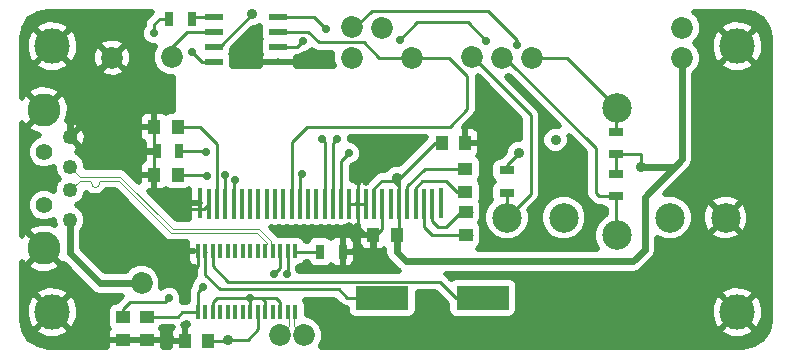
<source format=gbl>
G04 #@! TF.FileFunction,Copper,L2,Bot,Signal*
%FSLAX46Y46*%
G04 Gerber Fmt 4.6, Leading zero omitted, Abs format (unit mm)*
G04 Created by KiCad (PCBNEW 4.0.7) date 11/19/17 13:53:12*
%MOMM*%
%LPD*%
G01*
G04 APERTURE LIST*
%ADD10C,0.100000*%
%ADD11R,0.350000X2.500000*%
%ADD12R,1.250000X1.000000*%
%ADD13R,0.700000X1.300000*%
%ADD14C,3.000000*%
%ADD15C,2.500000*%
%ADD16C,1.250000*%
%ADD17C,2.800000*%
%ADD18C,1.400000*%
%ADD19R,4.500000X2.000000*%
%ADD20R,1.300000X0.700000*%
%ADD21R,0.400000X1.200000*%
%ADD22R,1.550000X0.600000*%
%ADD23R,1.000000X1.250000*%
%ADD24C,1.850000*%
%ADD25C,0.889000*%
%ADD26C,0.700000*%
%ADD27C,0.600000*%
%ADD28C,0.254000*%
%ADD29C,0.125000*%
%ADD30C,0.500000*%
G04 APERTURE END LIST*
D10*
D11*
X125411880Y-96559420D03*
X126161880Y-96609420D03*
X126861880Y-96609420D03*
X127561880Y-96609420D03*
X128261880Y-96609420D03*
X128961880Y-96609420D03*
X129661880Y-96609420D03*
X130361880Y-96609420D03*
X131061880Y-96609420D03*
X131761880Y-96609420D03*
X132461880Y-96609420D03*
X133161880Y-96609420D03*
X133861880Y-96609420D03*
X134561880Y-96609420D03*
X135261880Y-96609420D03*
X135961880Y-96609420D03*
X136661880Y-96609420D03*
X137361880Y-96609420D03*
X138061880Y-96609420D03*
X138761880Y-96609420D03*
X139461880Y-96609420D03*
X140161880Y-96609420D03*
X140861880Y-96609420D03*
X141561880Y-96609420D03*
X142261880Y-96609420D03*
X142961880Y-96609420D03*
X143661880Y-96609420D03*
X144361880Y-96609420D03*
X145061880Y-96609420D03*
X145811880Y-96509420D03*
D12*
X147911880Y-99259420D03*
X147911880Y-97259420D03*
X147886880Y-93609420D03*
X147886880Y-95609420D03*
D13*
X123661880Y-92159420D03*
X121761880Y-92159420D03*
D14*
X170911880Y-83259420D03*
D15*
X156211880Y-97759420D03*
X165211880Y-97759420D03*
D14*
X170911880Y-105759420D03*
X112911880Y-83259420D03*
X112911880Y-105759420D03*
D16*
X114411880Y-90959420D03*
X114411880Y-97959420D03*
X114411880Y-95459420D03*
X114411880Y-93459420D03*
D17*
X112211880Y-88659420D03*
X112211880Y-100359420D03*
D18*
X112211880Y-96709420D03*
X112211880Y-92209420D03*
D19*
X140836880Y-104559420D03*
X149336880Y-104559420D03*
D20*
X160661880Y-94059420D03*
X160661880Y-95959420D03*
X151411880Y-93759420D03*
X151411880Y-95659420D03*
X160661880Y-92409420D03*
X160661880Y-90509420D03*
D13*
X135586880Y-100634420D03*
X137486880Y-100634420D03*
X124711880Y-80909420D03*
X122811880Y-80909420D03*
D21*
X125234380Y-100584420D03*
X125869380Y-100584420D03*
X126504380Y-100584420D03*
X127139380Y-100584420D03*
X127774380Y-100584420D03*
X128409380Y-100584420D03*
X129044380Y-100584420D03*
X129679380Y-100584420D03*
X130314380Y-100584420D03*
X130949380Y-100584420D03*
X131584380Y-100584420D03*
X132219380Y-100584420D03*
X132854380Y-100584420D03*
X133489380Y-100584420D03*
X133489380Y-105784420D03*
X132854380Y-105784420D03*
X132219380Y-105784420D03*
X131584380Y-105784420D03*
X130949380Y-105784420D03*
X130314380Y-105784420D03*
X129679380Y-105784420D03*
X129044380Y-105784420D03*
X128409380Y-105784420D03*
X127774380Y-105784420D03*
X127139380Y-105784420D03*
X126504380Y-105784420D03*
X125869380Y-105784420D03*
X125234380Y-105784420D03*
D22*
X126611880Y-84564420D03*
X126611880Y-83294420D03*
X126611880Y-82024420D03*
X126611880Y-80754420D03*
X132011880Y-80754420D03*
X132011880Y-82024420D03*
X132011880Y-83294420D03*
X132011880Y-84564420D03*
D23*
X140061880Y-99209420D03*
X142061880Y-99209420D03*
X121511880Y-90109420D03*
X123511880Y-90109420D03*
D12*
X118911880Y-106159420D03*
X118911880Y-108159420D03*
X120911880Y-106159420D03*
X120911880Y-108159420D03*
D23*
X126111880Y-108209420D03*
X124111880Y-108209420D03*
X121511880Y-94159420D03*
X123511880Y-94159420D03*
X147861880Y-91409420D03*
X145861880Y-91409420D03*
D15*
X160711880Y-99259420D03*
X151411880Y-97759420D03*
X160711880Y-88459420D03*
X169911880Y-97759420D03*
D24*
X120461880Y-103309420D03*
X166221880Y-81669420D03*
X140811880Y-81669420D03*
X138271880Y-81659420D03*
X143351880Y-84209420D03*
X138271880Y-84209420D03*
X123031880Y-84199420D03*
X117961880Y-84209420D03*
X166211880Y-84259420D03*
X148431880Y-84199420D03*
X153521880Y-84209420D03*
X150971880Y-84209420D03*
X134211880Y-107709420D03*
X132161880Y-107709420D03*
D25*
X155511880Y-91184420D03*
X123611880Y-103184420D03*
X123561880Y-102084420D03*
X123536880Y-100834420D03*
X141111880Y-101384420D03*
X149761880Y-100084420D03*
X123086880Y-97009420D03*
X122836880Y-108159420D03*
X139186880Y-94109420D03*
D26*
X133861880Y-84809420D03*
D25*
X142111880Y-94434420D03*
X152436880Y-92259420D03*
X162736880Y-93484420D03*
D26*
X124711880Y-83709420D03*
X121536880Y-82159420D03*
X135761880Y-91134420D03*
D25*
X129836880Y-80534420D03*
D26*
X137011880Y-91084420D03*
X142311880Y-82709420D03*
X149636880Y-82809420D03*
X134011880Y-94084420D03*
X136061880Y-81759420D03*
X138036880Y-92309420D03*
X152211880Y-83159420D03*
X134136880Y-82809420D03*
X125961880Y-92209420D03*
X128361880Y-94609420D03*
X126011880Y-94234420D03*
X127561880Y-94184420D03*
X125661880Y-103659420D03*
X131711880Y-102534420D03*
D25*
X127786880Y-108084420D03*
D26*
X122811880Y-104584420D03*
X132736880Y-102559420D03*
X129661880Y-104534420D03*
D27*
X123561880Y-102084420D02*
X123561880Y-103134420D01*
X123561880Y-103134420D02*
X123611880Y-103184420D01*
X123536880Y-100834420D02*
X123536880Y-102059420D01*
X123536880Y-102059420D02*
X123561880Y-102084420D01*
X140061880Y-99209420D02*
X140061880Y-100384420D01*
X140061880Y-100384420D02*
X141061880Y-101384420D01*
X141061880Y-101384420D02*
X141111880Y-101384420D01*
D28*
X125234380Y-100584420D02*
X125234380Y-101836920D01*
X125234380Y-101836920D02*
X124811880Y-102259420D01*
X118911880Y-108159420D02*
X120911880Y-108159420D01*
D27*
X169911880Y-97759420D02*
X169161880Y-97759420D01*
D28*
X123086880Y-97009420D02*
X124211880Y-97009420D01*
X121511880Y-94159420D02*
X121511880Y-95434420D01*
X121511880Y-95434420D02*
X123086880Y-97009420D01*
X137486880Y-100634420D02*
X139511880Y-100634420D01*
X140061880Y-100084420D02*
X140061880Y-99209420D01*
X139511880Y-100634420D02*
X140061880Y-100084420D01*
X124111880Y-108209420D02*
X122886880Y-108209420D01*
X122886880Y-108209420D02*
X122836880Y-108159420D01*
X121511880Y-90109420D02*
X121511880Y-91909420D01*
X121511880Y-91909420D02*
X121761880Y-92159420D01*
X121511880Y-94159420D02*
X121511880Y-92409420D01*
X121511880Y-92409420D02*
X121761880Y-92159420D01*
X147861880Y-91409420D02*
X148361880Y-91409420D01*
X138761880Y-96609420D02*
X138761880Y-94534420D01*
X138761880Y-94534420D02*
X139186880Y-94109420D01*
X125411880Y-97009420D02*
X125761880Y-97009420D01*
X125761880Y-97009420D02*
X126161880Y-96609420D01*
X124011880Y-97009420D02*
X124211880Y-97009420D01*
X124211880Y-97009420D02*
X125411880Y-97009420D01*
X120911880Y-108159420D02*
X124061880Y-108159420D01*
X124061880Y-108159420D02*
X124111880Y-108209420D01*
X132011880Y-84564420D02*
X133616880Y-84564420D01*
X133616880Y-84564420D02*
X133861880Y-84809420D01*
X140861880Y-96609420D02*
X140861880Y-98684420D01*
X140861880Y-98684420D02*
X140336880Y-99209420D01*
X140336880Y-99209420D02*
X140061880Y-99209420D01*
X138761880Y-96609420D02*
X138061880Y-96609420D01*
X139461880Y-96609420D02*
X138761880Y-96609420D01*
X140061880Y-99209420D02*
X139436880Y-99209420D01*
X139436880Y-99209420D02*
X138761880Y-98534420D01*
X138761880Y-98534420D02*
X138761880Y-96609420D01*
D27*
X114411880Y-90959420D02*
X114411880Y-87759420D01*
X114411880Y-87759420D02*
X117961880Y-84209420D01*
D28*
X147911880Y-97259420D02*
X147536880Y-97259420D01*
X147536880Y-97259420D02*
X146261880Y-98534420D01*
X146261880Y-98534420D02*
X145561880Y-98534420D01*
X145561880Y-98534420D02*
X145061880Y-98034420D01*
X145061880Y-98034420D02*
X145061880Y-96609420D01*
X148411880Y-97259420D02*
X148186880Y-97259420D01*
X147886880Y-93609420D02*
X144436880Y-93609420D01*
X144436880Y-93609420D02*
X142961880Y-95084420D01*
X142961880Y-95084420D02*
X142961880Y-96609420D01*
X142261880Y-95059420D02*
X142261880Y-96609420D01*
X141836880Y-94634420D02*
X142261880Y-95059420D01*
X140811880Y-94634420D02*
X141836880Y-94634420D01*
X140161880Y-95284420D02*
X140811880Y-94634420D01*
X140161880Y-96609420D02*
X140161880Y-95284420D01*
D27*
X162736880Y-93484420D02*
X165561880Y-93484420D01*
X165561880Y-93484420D02*
X166211880Y-92834420D01*
X142061880Y-99209420D02*
X142061880Y-100659420D01*
X142061880Y-100659420D02*
X142861880Y-101459420D01*
X142861880Y-101459420D02*
X162086880Y-101459420D01*
X162086880Y-101459420D02*
X163061880Y-100484420D01*
X163061880Y-100484420D02*
X163061880Y-95984420D01*
X163061880Y-95984420D02*
X166211880Y-92834420D01*
X166211880Y-92834420D02*
X166211880Y-84259420D01*
D28*
X151411880Y-93759420D02*
X151411880Y-93284420D01*
X151411880Y-93284420D02*
X152436880Y-92259420D01*
X162736880Y-93484420D02*
X162736880Y-92409420D01*
X160661880Y-92409420D02*
X160661880Y-94059420D01*
X162736880Y-92409420D02*
X160661880Y-92409420D01*
X126611880Y-84564420D02*
X125566880Y-84564420D01*
X125566880Y-84564420D02*
X124711880Y-83709420D01*
X121536880Y-82159420D02*
X121511880Y-82134420D01*
X121511880Y-82134420D02*
X121511880Y-81409420D01*
X121511880Y-81409420D02*
X122011880Y-80909420D01*
X122011880Y-80909420D02*
X122811880Y-80909420D01*
X145861880Y-91409420D02*
X145336880Y-91409420D01*
X145336880Y-91409420D02*
X142261880Y-94484420D01*
X142261880Y-94484420D02*
X142261880Y-96609420D01*
X142261880Y-96609420D02*
X142261880Y-99009420D01*
X142261880Y-99009420D02*
X142061880Y-99209420D01*
X135961880Y-91334420D02*
X135961880Y-96609420D01*
X135761880Y-91134420D02*
X135961880Y-91334420D01*
X123031880Y-84199420D02*
X123031880Y-83339420D01*
X123031880Y-83339420D02*
X124346880Y-82024420D01*
X124346880Y-82024420D02*
X126611880Y-82024420D01*
X143351880Y-84209420D02*
X146511880Y-84209420D01*
X146511880Y-84209420D02*
X148036880Y-85734420D01*
X148036880Y-85734420D02*
X148036880Y-88559420D01*
X148036880Y-88559420D02*
X146536880Y-90059420D01*
X146536880Y-90059420D02*
X134461880Y-90059420D01*
X134461880Y-90059420D02*
X133161880Y-91359420D01*
X133161880Y-91359420D02*
X133161880Y-96609420D01*
X132011880Y-82024420D02*
X134576880Y-82024420D01*
X134576880Y-82024420D02*
X135486880Y-82934420D01*
X135486880Y-82934420D02*
X139286880Y-82934420D01*
X139286880Y-82934420D02*
X140561880Y-84209420D01*
X140561880Y-84209420D02*
X143351880Y-84209420D01*
X126611880Y-83294420D02*
X127076880Y-83294420D01*
X127076880Y-83294420D02*
X129836880Y-80534420D01*
X137011880Y-91084420D02*
X136661880Y-91434420D01*
X136661880Y-91434420D02*
X136661880Y-96609420D01*
X142311880Y-82709420D02*
X143786880Y-81234420D01*
X143786880Y-81234420D02*
X148061880Y-81234420D01*
X148061880Y-81234420D02*
X149636880Y-82809420D01*
X134011880Y-94084420D02*
X133861880Y-94234420D01*
X133861880Y-94234420D02*
X133861880Y-96609420D01*
X132011880Y-80754420D02*
X135056880Y-80754420D01*
X135056880Y-80754420D02*
X136061880Y-81759420D01*
X138036880Y-92309420D02*
X137361880Y-92984420D01*
X137361880Y-92984420D02*
X137361880Y-96609420D01*
X138271880Y-81659420D02*
X138561880Y-81659420D01*
X138561880Y-81659420D02*
X139961880Y-80259420D01*
X139961880Y-80259420D02*
X149761880Y-80259420D01*
X149761880Y-80259420D02*
X152211880Y-82709420D01*
X152211880Y-82709420D02*
X152211880Y-83159420D01*
X132011880Y-83294420D02*
X133651880Y-83294420D01*
X133651880Y-83294420D02*
X134136880Y-82809420D01*
D27*
X114411880Y-97959420D02*
X114411880Y-100759420D01*
X114411880Y-100759420D02*
X116961880Y-103309420D01*
X116961880Y-103309420D02*
X120461880Y-103309420D01*
D28*
X147911880Y-99259420D02*
X145061880Y-99259420D01*
X145061880Y-99259420D02*
X144361880Y-98559420D01*
X144361880Y-98559420D02*
X144361880Y-96609420D01*
X148411880Y-99259420D02*
X147586880Y-99259420D01*
X147886880Y-95609420D02*
X147186880Y-95609420D01*
X147186880Y-95609420D02*
X146236880Y-94659420D01*
X146236880Y-94659420D02*
X144236880Y-94659420D01*
X144236880Y-94659420D02*
X143661880Y-95234420D01*
X143661880Y-95234420D02*
X143661880Y-96609420D01*
X123661880Y-92159420D02*
X125911880Y-92159420D01*
X125911880Y-92159420D02*
X125961880Y-92209420D01*
X128361880Y-94609420D02*
X128261880Y-94709420D01*
X128261880Y-94709420D02*
X128261880Y-96609420D01*
X123511880Y-94159420D02*
X125936880Y-94159420D01*
X125936880Y-94159420D02*
X126011880Y-94234420D01*
X127561880Y-94184420D02*
X127561880Y-96609420D01*
X123511880Y-90109420D02*
X125436880Y-90109420D01*
X125436880Y-90109420D02*
X126861880Y-91534420D01*
X126861880Y-91534420D02*
X126861880Y-96609420D01*
D29*
X114411880Y-95459420D02*
X115249381Y-94621919D01*
X118544571Y-94621919D02*
X122969572Y-99046920D01*
X116852434Y-94771584D02*
X116883930Y-94721458D01*
X116232881Y-94945120D02*
X116252434Y-95000999D01*
X117031797Y-94628547D02*
X117090626Y-94621919D01*
X116925792Y-94679596D02*
X116975918Y-94648100D01*
X116620708Y-95144036D02*
X116676587Y-95124483D01*
X115249381Y-94621919D02*
X115961880Y-94621919D01*
X116200071Y-94771584D02*
X116219624Y-94827463D01*
X115961880Y-94621919D02*
X116020708Y-94628547D01*
X116020708Y-94628547D02*
X116076587Y-94648100D01*
X122969572Y-99046920D02*
X130269572Y-99046920D01*
X116076587Y-94648100D02*
X116126713Y-94679596D01*
X116883930Y-94721458D02*
X116925792Y-94679596D01*
X131104380Y-100029420D02*
X130949380Y-100184420D01*
X116431797Y-95144036D02*
X116490626Y-95150665D01*
X116819624Y-94945120D02*
X116832881Y-94827463D01*
X116325792Y-95092987D02*
X116375918Y-95124483D01*
X116126713Y-94679596D02*
X116168575Y-94721458D01*
X116168575Y-94721458D02*
X116200071Y-94771584D01*
X116219624Y-94827463D02*
X116232881Y-94945120D01*
X117090626Y-94621919D02*
X118544571Y-94621919D01*
X116800071Y-95000999D02*
X116819624Y-94945120D01*
X116252434Y-95000999D02*
X116283930Y-95051125D01*
X116283930Y-95051125D02*
X116325792Y-95092987D01*
X116676587Y-95124483D02*
X116726713Y-95092987D01*
X116375918Y-95124483D02*
X116431797Y-95144036D01*
X116490626Y-95150665D02*
X116561880Y-95150665D01*
X116561880Y-95150665D02*
X116620708Y-95144036D01*
X116726713Y-95092987D02*
X116768575Y-95051125D01*
X116768575Y-95051125D02*
X116800071Y-95000999D01*
X116832881Y-94827463D02*
X116852434Y-94771584D01*
X116975918Y-94648100D02*
X117031797Y-94628547D01*
X130269572Y-99046920D02*
X131104380Y-99881728D01*
X131104380Y-99881728D02*
X131104380Y-100029420D01*
X130949380Y-100184420D02*
X130949380Y-100584420D01*
X123104188Y-98721920D02*
X118679189Y-94296921D01*
X118679189Y-94296921D02*
X115249381Y-94296921D01*
X115249381Y-94296921D02*
X114411880Y-93459420D01*
X130404188Y-98721920D02*
X123104188Y-98721920D01*
X131429380Y-99747112D02*
X130404188Y-98721920D01*
X131584380Y-100584420D02*
X131584380Y-100184420D01*
X131584380Y-100184420D02*
X131429380Y-100029420D01*
X131429380Y-100029420D02*
X131429380Y-99747112D01*
D28*
X140836880Y-104559420D02*
X137886880Y-104559420D01*
X137886880Y-104559420D02*
X137161880Y-103834420D01*
X137161880Y-103834420D02*
X127111880Y-103834420D01*
X127111880Y-103834420D02*
X125869380Y-102591920D01*
X125869380Y-102591920D02*
X125869380Y-100584420D01*
X125961880Y-100676920D02*
X125869380Y-100584420D01*
X149336880Y-104559420D02*
X147086880Y-104559420D01*
X147086880Y-104559420D02*
X145711880Y-103184420D01*
X145711880Y-103184420D02*
X127811880Y-103184420D01*
X127811880Y-103184420D02*
X126504380Y-101876920D01*
X126504380Y-101876920D02*
X126504380Y-100584420D01*
X135586880Y-100634420D02*
X133539380Y-100634420D01*
X133539380Y-100634420D02*
X133489380Y-100584420D01*
X126611880Y-80754420D02*
X124866880Y-80754420D01*
X124866880Y-80754420D02*
X124711880Y-80909420D01*
X132219380Y-100584420D02*
X132219380Y-102026920D01*
X125234380Y-104086920D02*
X125234380Y-105784420D01*
X125661880Y-103659420D02*
X125234380Y-104086920D01*
X132219380Y-102026920D02*
X131711880Y-102534420D01*
X120911880Y-106159420D02*
X123536880Y-106159420D01*
X123911880Y-105784420D02*
X125234380Y-105784420D01*
X123536880Y-106159420D02*
X123911880Y-105784420D01*
D29*
X134211880Y-107709420D02*
X133399379Y-106896919D01*
X133399379Y-106896919D02*
X133399379Y-105396399D01*
X132161880Y-107709420D02*
X132974381Y-106896919D01*
X132974381Y-106896919D02*
X132974381Y-105572441D01*
D28*
X130314380Y-105784420D02*
X130314380Y-107206920D01*
X129436880Y-108084420D02*
X127786880Y-108084420D01*
X130314380Y-107206920D02*
X129436880Y-108084420D01*
X126111880Y-108209420D02*
X127661880Y-108209420D01*
X127661880Y-108209420D02*
X127786880Y-108084420D01*
X148431880Y-84199420D02*
X148551880Y-84199420D01*
X148551880Y-84199420D02*
X153411880Y-89059420D01*
X153411880Y-89059420D02*
X153411880Y-95759420D01*
X153411880Y-95759420D02*
X151411880Y-97759420D01*
X151411880Y-97759420D02*
X151411880Y-95659420D01*
X153521880Y-84209420D02*
X156461880Y-84209420D01*
X156461880Y-84209420D02*
X160711880Y-88459420D01*
X160661880Y-90509420D02*
X160661880Y-88509420D01*
X160661880Y-88509420D02*
X160711880Y-88459420D01*
X160661880Y-95959420D02*
X160661880Y-99209420D01*
X160661880Y-99209420D02*
X160711880Y-99259420D01*
X150971880Y-84209420D02*
X151261880Y-84209420D01*
X151261880Y-84209420D02*
X158911880Y-91859420D01*
X158911880Y-91859420D02*
X158911880Y-95659420D01*
X158911880Y-95659420D02*
X159211880Y-95959420D01*
X159211880Y-95959420D02*
X160661880Y-95959420D01*
X160661880Y-99209420D02*
X160711880Y-99259420D01*
X122811880Y-104584420D02*
X122461880Y-104934420D01*
X122461880Y-104934420D02*
X119511880Y-104934420D01*
X119511880Y-104934420D02*
X118911880Y-105534420D01*
X118911880Y-105534420D02*
X118911880Y-106159420D01*
X129661880Y-104534420D02*
X126886880Y-104534420D01*
X126886880Y-104534420D02*
X126504380Y-104916920D01*
X126504380Y-104916920D02*
X126504380Y-105784420D01*
X130586880Y-104534420D02*
X131836880Y-104534420D01*
X131836880Y-104534420D02*
X132219380Y-104916920D01*
X132219380Y-104916920D02*
X132219380Y-105784420D01*
X129661880Y-104534420D02*
X130586880Y-104534420D01*
X130586880Y-104534420D02*
X130636880Y-104534420D01*
X130636880Y-104534420D02*
X130949380Y-104846920D01*
X130949380Y-104846920D02*
X130949380Y-105784420D01*
X132854380Y-100584420D02*
X132854380Y-102441920D01*
X132854380Y-102441920D02*
X132736880Y-102559420D01*
X129661880Y-104534420D02*
X129679380Y-104551920D01*
X129679380Y-104551920D02*
X129679380Y-105784420D01*
X130949380Y-105784420D02*
X130949380Y-105196920D01*
D30*
G36*
X172326151Y-80505494D02*
X173026528Y-80973472D01*
X173494506Y-81673849D01*
X173661880Y-82515297D01*
X173661880Y-106484703D01*
X173494506Y-107326151D01*
X173026528Y-108026528D01*
X172326151Y-108494506D01*
X171418745Y-108675000D01*
X135615491Y-108675000D01*
X135631048Y-108659470D01*
X135886588Y-108044060D01*
X135887170Y-107377704D01*
X135836956Y-107256176D01*
X169420781Y-107256176D01*
X169561896Y-107624317D01*
X170378323Y-107998976D01*
X171275979Y-108032683D01*
X172118204Y-107720306D01*
X172261864Y-107624317D01*
X172402979Y-107256176D01*
X170911880Y-105765077D01*
X169420781Y-107256176D01*
X135836956Y-107256176D01*
X135632704Y-106761848D01*
X135161930Y-106290252D01*
X134546520Y-106034712D01*
X134454073Y-106034631D01*
X134454073Y-105184420D01*
X134401776Y-104906487D01*
X134276254Y-104711420D01*
X136798614Y-104711420D01*
X137266747Y-105179553D01*
X137551267Y-105369662D01*
X137822187Y-105423552D01*
X137822187Y-105559420D01*
X137874484Y-105837353D01*
X138038742Y-106092618D01*
X138289372Y-106263866D01*
X138586880Y-106324113D01*
X143086880Y-106324113D01*
X143364813Y-106271816D01*
X143620078Y-106107558D01*
X143791326Y-105856928D01*
X143851573Y-105559420D01*
X143851573Y-104061420D01*
X145348614Y-104061420D01*
X146322187Y-105034992D01*
X146322187Y-105559420D01*
X146374484Y-105837353D01*
X146538742Y-106092618D01*
X146789372Y-106263866D01*
X147086880Y-106324113D01*
X151586880Y-106324113D01*
X151864813Y-106271816D01*
X152095273Y-106123519D01*
X168638617Y-106123519D01*
X168950994Y-106965744D01*
X169046983Y-107109404D01*
X169415124Y-107250519D01*
X170906223Y-105759420D01*
X170917537Y-105759420D01*
X172408636Y-107250519D01*
X172776777Y-107109404D01*
X173151436Y-106292977D01*
X173185143Y-105395321D01*
X172872766Y-104553096D01*
X172776777Y-104409436D01*
X172408636Y-104268321D01*
X170917537Y-105759420D01*
X170906223Y-105759420D01*
X169415124Y-104268321D01*
X169046983Y-104409436D01*
X168672324Y-105225863D01*
X168638617Y-106123519D01*
X152095273Y-106123519D01*
X152120078Y-106107558D01*
X152291326Y-105856928D01*
X152351573Y-105559420D01*
X152351573Y-104262664D01*
X169420781Y-104262664D01*
X170911880Y-105753763D01*
X172402979Y-104262664D01*
X172261864Y-103894523D01*
X171445437Y-103519864D01*
X170547781Y-103486157D01*
X169705556Y-103798534D01*
X169561896Y-103894523D01*
X169420781Y-104262664D01*
X152351573Y-104262664D01*
X152351573Y-103559420D01*
X152299276Y-103281487D01*
X152135018Y-103026222D01*
X151884388Y-102854974D01*
X151586880Y-102794727D01*
X147086880Y-102794727D01*
X146808947Y-102847024D01*
X146690785Y-102923059D01*
X146332013Y-102564287D01*
X146249898Y-102509420D01*
X162086880Y-102509420D01*
X162488698Y-102429494D01*
X162829342Y-102201882D01*
X163804342Y-101226882D01*
X164031954Y-100886238D01*
X164111880Y-100484420D01*
X164111880Y-99468228D01*
X164812310Y-99759072D01*
X165607959Y-99759766D01*
X166343309Y-99455926D01*
X166723962Y-99075936D01*
X168601021Y-99075936D01*
X168711723Y-99418100D01*
X169437829Y-99751121D01*
X170236105Y-99780924D01*
X170985021Y-99502971D01*
X171112037Y-99418100D01*
X171222739Y-99075936D01*
X169911880Y-97765077D01*
X168601021Y-99075936D01*
X166723962Y-99075936D01*
X166906409Y-98893808D01*
X167211532Y-98158990D01*
X167211597Y-98083645D01*
X167890376Y-98083645D01*
X168168329Y-98832561D01*
X168253200Y-98959577D01*
X168595364Y-99070279D01*
X169906223Y-97759420D01*
X169917537Y-97759420D01*
X171228396Y-99070279D01*
X171570560Y-98959577D01*
X171903581Y-98233471D01*
X171933384Y-97435195D01*
X171655431Y-96686279D01*
X171570560Y-96559263D01*
X171228396Y-96448561D01*
X169917537Y-97759420D01*
X169906223Y-97759420D01*
X168595364Y-96448561D01*
X168253200Y-96559263D01*
X167920179Y-97285369D01*
X167890376Y-98083645D01*
X167211597Y-98083645D01*
X167212226Y-97363341D01*
X166908386Y-96627991D01*
X166723622Y-96442904D01*
X168601021Y-96442904D01*
X169911880Y-97753763D01*
X171222739Y-96442904D01*
X171112037Y-96100740D01*
X170385931Y-95767719D01*
X169587655Y-95737916D01*
X168838739Y-96015869D01*
X168711723Y-96100740D01*
X168601021Y-96442904D01*
X166723622Y-96442904D01*
X166346268Y-96064891D01*
X165611450Y-95759768D01*
X164815801Y-95759074D01*
X164741414Y-95789810D01*
X166954342Y-93576882D01*
X166996448Y-93513866D01*
X167181954Y-93236238D01*
X167261880Y-92834420D01*
X167261880Y-85577995D01*
X167631048Y-85209470D01*
X167819271Y-84756176D01*
X169420781Y-84756176D01*
X169561896Y-85124317D01*
X170378323Y-85498976D01*
X171275979Y-85532683D01*
X172118204Y-85220306D01*
X172261864Y-85124317D01*
X172402979Y-84756176D01*
X170911880Y-83265077D01*
X169420781Y-84756176D01*
X167819271Y-84756176D01*
X167886588Y-84594060D01*
X167887170Y-83927704D01*
X167761484Y-83623519D01*
X168638617Y-83623519D01*
X168950994Y-84465744D01*
X169046983Y-84609404D01*
X169415124Y-84750519D01*
X170906223Y-83259420D01*
X170917537Y-83259420D01*
X172408636Y-84750519D01*
X172776777Y-84609404D01*
X173151436Y-83792977D01*
X173185143Y-82895321D01*
X172872766Y-82053096D01*
X172776777Y-81909436D01*
X172408636Y-81768321D01*
X170917537Y-83259420D01*
X170906223Y-83259420D01*
X169415124Y-81768321D01*
X169046983Y-81909436D01*
X168672324Y-82725863D01*
X168638617Y-83623519D01*
X167761484Y-83623519D01*
X167632704Y-83311848D01*
X167290680Y-82969227D01*
X167641048Y-82619470D01*
X167896588Y-82004060D01*
X167896798Y-81762664D01*
X169420781Y-81762664D01*
X170911880Y-83253763D01*
X172402979Y-81762664D01*
X172261864Y-81394523D01*
X171445437Y-81019864D01*
X170547781Y-80986157D01*
X169705556Y-81298534D01*
X169561896Y-81394523D01*
X169420781Y-81762664D01*
X167896798Y-81762664D01*
X167897170Y-81337704D01*
X167642704Y-80721848D01*
X167246548Y-80325000D01*
X171418745Y-80325000D01*
X172326151Y-80505494D01*
X172326151Y-80505494D01*
G37*
X172326151Y-80505494D02*
X173026528Y-80973472D01*
X173494506Y-81673849D01*
X173661880Y-82515297D01*
X173661880Y-106484703D01*
X173494506Y-107326151D01*
X173026528Y-108026528D01*
X172326151Y-108494506D01*
X171418745Y-108675000D01*
X135615491Y-108675000D01*
X135631048Y-108659470D01*
X135886588Y-108044060D01*
X135887170Y-107377704D01*
X135836956Y-107256176D01*
X169420781Y-107256176D01*
X169561896Y-107624317D01*
X170378323Y-107998976D01*
X171275979Y-108032683D01*
X172118204Y-107720306D01*
X172261864Y-107624317D01*
X172402979Y-107256176D01*
X170911880Y-105765077D01*
X169420781Y-107256176D01*
X135836956Y-107256176D01*
X135632704Y-106761848D01*
X135161930Y-106290252D01*
X134546520Y-106034712D01*
X134454073Y-106034631D01*
X134454073Y-105184420D01*
X134401776Y-104906487D01*
X134276254Y-104711420D01*
X136798614Y-104711420D01*
X137266747Y-105179553D01*
X137551267Y-105369662D01*
X137822187Y-105423552D01*
X137822187Y-105559420D01*
X137874484Y-105837353D01*
X138038742Y-106092618D01*
X138289372Y-106263866D01*
X138586880Y-106324113D01*
X143086880Y-106324113D01*
X143364813Y-106271816D01*
X143620078Y-106107558D01*
X143791326Y-105856928D01*
X143851573Y-105559420D01*
X143851573Y-104061420D01*
X145348614Y-104061420D01*
X146322187Y-105034992D01*
X146322187Y-105559420D01*
X146374484Y-105837353D01*
X146538742Y-106092618D01*
X146789372Y-106263866D01*
X147086880Y-106324113D01*
X151586880Y-106324113D01*
X151864813Y-106271816D01*
X152095273Y-106123519D01*
X168638617Y-106123519D01*
X168950994Y-106965744D01*
X169046983Y-107109404D01*
X169415124Y-107250519D01*
X170906223Y-105759420D01*
X170917537Y-105759420D01*
X172408636Y-107250519D01*
X172776777Y-107109404D01*
X173151436Y-106292977D01*
X173185143Y-105395321D01*
X172872766Y-104553096D01*
X172776777Y-104409436D01*
X172408636Y-104268321D01*
X170917537Y-105759420D01*
X170906223Y-105759420D01*
X169415124Y-104268321D01*
X169046983Y-104409436D01*
X168672324Y-105225863D01*
X168638617Y-106123519D01*
X152095273Y-106123519D01*
X152120078Y-106107558D01*
X152291326Y-105856928D01*
X152351573Y-105559420D01*
X152351573Y-104262664D01*
X169420781Y-104262664D01*
X170911880Y-105753763D01*
X172402979Y-104262664D01*
X172261864Y-103894523D01*
X171445437Y-103519864D01*
X170547781Y-103486157D01*
X169705556Y-103798534D01*
X169561896Y-103894523D01*
X169420781Y-104262664D01*
X152351573Y-104262664D01*
X152351573Y-103559420D01*
X152299276Y-103281487D01*
X152135018Y-103026222D01*
X151884388Y-102854974D01*
X151586880Y-102794727D01*
X147086880Y-102794727D01*
X146808947Y-102847024D01*
X146690785Y-102923059D01*
X146332013Y-102564287D01*
X146249898Y-102509420D01*
X162086880Y-102509420D01*
X162488698Y-102429494D01*
X162829342Y-102201882D01*
X163804342Y-101226882D01*
X164031954Y-100886238D01*
X164111880Y-100484420D01*
X164111880Y-99468228D01*
X164812310Y-99759072D01*
X165607959Y-99759766D01*
X166343309Y-99455926D01*
X166723962Y-99075936D01*
X168601021Y-99075936D01*
X168711723Y-99418100D01*
X169437829Y-99751121D01*
X170236105Y-99780924D01*
X170985021Y-99502971D01*
X171112037Y-99418100D01*
X171222739Y-99075936D01*
X169911880Y-97765077D01*
X168601021Y-99075936D01*
X166723962Y-99075936D01*
X166906409Y-98893808D01*
X167211532Y-98158990D01*
X167211597Y-98083645D01*
X167890376Y-98083645D01*
X168168329Y-98832561D01*
X168253200Y-98959577D01*
X168595364Y-99070279D01*
X169906223Y-97759420D01*
X169917537Y-97759420D01*
X171228396Y-99070279D01*
X171570560Y-98959577D01*
X171903581Y-98233471D01*
X171933384Y-97435195D01*
X171655431Y-96686279D01*
X171570560Y-96559263D01*
X171228396Y-96448561D01*
X169917537Y-97759420D01*
X169906223Y-97759420D01*
X168595364Y-96448561D01*
X168253200Y-96559263D01*
X167920179Y-97285369D01*
X167890376Y-98083645D01*
X167211597Y-98083645D01*
X167212226Y-97363341D01*
X166908386Y-96627991D01*
X166723622Y-96442904D01*
X168601021Y-96442904D01*
X169911880Y-97753763D01*
X171222739Y-96442904D01*
X171112037Y-96100740D01*
X170385931Y-95767719D01*
X169587655Y-95737916D01*
X168838739Y-96015869D01*
X168711723Y-96100740D01*
X168601021Y-96442904D01*
X166723622Y-96442904D01*
X166346268Y-96064891D01*
X165611450Y-95759768D01*
X164815801Y-95759074D01*
X164741414Y-95789810D01*
X166954342Y-93576882D01*
X166996448Y-93513866D01*
X167181954Y-93236238D01*
X167261880Y-92834420D01*
X167261880Y-85577995D01*
X167631048Y-85209470D01*
X167819271Y-84756176D01*
X169420781Y-84756176D01*
X169561896Y-85124317D01*
X170378323Y-85498976D01*
X171275979Y-85532683D01*
X172118204Y-85220306D01*
X172261864Y-85124317D01*
X172402979Y-84756176D01*
X170911880Y-83265077D01*
X169420781Y-84756176D01*
X167819271Y-84756176D01*
X167886588Y-84594060D01*
X167887170Y-83927704D01*
X167761484Y-83623519D01*
X168638617Y-83623519D01*
X168950994Y-84465744D01*
X169046983Y-84609404D01*
X169415124Y-84750519D01*
X170906223Y-83259420D01*
X170917537Y-83259420D01*
X172408636Y-84750519D01*
X172776777Y-84609404D01*
X173151436Y-83792977D01*
X173185143Y-82895321D01*
X172872766Y-82053096D01*
X172776777Y-81909436D01*
X172408636Y-81768321D01*
X170917537Y-83259420D01*
X170906223Y-83259420D01*
X169415124Y-81768321D01*
X169046983Y-81909436D01*
X168672324Y-82725863D01*
X168638617Y-83623519D01*
X167761484Y-83623519D01*
X167632704Y-83311848D01*
X167290680Y-82969227D01*
X167641048Y-82619470D01*
X167896588Y-82004060D01*
X167896798Y-81762664D01*
X169420781Y-81762664D01*
X170911880Y-83253763D01*
X172402979Y-81762664D01*
X172261864Y-81394523D01*
X171445437Y-81019864D01*
X170547781Y-80986157D01*
X169705556Y-81298534D01*
X169561896Y-81394523D01*
X169420781Y-81762664D01*
X167896798Y-81762664D01*
X167897170Y-81337704D01*
X167642704Y-80721848D01*
X167246548Y-80325000D01*
X171418745Y-80325000D01*
X172326151Y-80505494D01*
G36*
X120891747Y-80789287D02*
X120701638Y-81073807D01*
X120634880Y-81409420D01*
X120634880Y-81505568D01*
X120604889Y-81535507D01*
X120437072Y-81939657D01*
X120436690Y-82377264D01*
X120603802Y-82781706D01*
X120912967Y-83091411D01*
X121317117Y-83259228D01*
X121608513Y-83259482D01*
X121357172Y-83864780D01*
X121356590Y-84531136D01*
X121611056Y-85146992D01*
X122081830Y-85618588D01*
X122697240Y-85874128D01*
X123086880Y-85874468D01*
X123086880Y-88719727D01*
X123011880Y-88719727D01*
X122733947Y-88772024D01*
X122513385Y-88913951D01*
X122441253Y-88841819D01*
X122162656Y-88726420D01*
X121705380Y-88726420D01*
X121515880Y-88915920D01*
X121515880Y-90105420D01*
X121535880Y-90105420D01*
X121535880Y-90113420D01*
X121515880Y-90113420D01*
X121515880Y-90133420D01*
X121507880Y-90133420D01*
X121507880Y-90113420D01*
X120443380Y-90113420D01*
X120253880Y-90302920D01*
X120253880Y-90885195D01*
X120369278Y-91163792D01*
X120582507Y-91377021D01*
X120653880Y-91406585D01*
X120653880Y-91965920D01*
X120843380Y-92155420D01*
X121757880Y-92155420D01*
X121757880Y-92135420D01*
X121765880Y-92135420D01*
X121765880Y-92155420D01*
X121785880Y-92155420D01*
X121785880Y-92163420D01*
X121765880Y-92163420D01*
X121765880Y-92183420D01*
X121757880Y-92183420D01*
X121757880Y-92163420D01*
X120843380Y-92163420D01*
X120653880Y-92352920D01*
X120653880Y-92862255D01*
X120582507Y-92891819D01*
X120369278Y-93105048D01*
X120253880Y-93383645D01*
X120253880Y-93965920D01*
X120443380Y-94155420D01*
X121507880Y-94155420D01*
X121507880Y-94135420D01*
X121515880Y-94135420D01*
X121515880Y-94155420D01*
X121535880Y-94155420D01*
X121535880Y-94163420D01*
X121515880Y-94163420D01*
X121515880Y-95352920D01*
X121705380Y-95542420D01*
X122162656Y-95542420D01*
X122441253Y-95427021D01*
X122515376Y-95352898D01*
X122714372Y-95488866D01*
X123011880Y-95549113D01*
X124011880Y-95549113D01*
X124289813Y-95496816D01*
X124478880Y-95375155D01*
X124478880Y-96365920D01*
X124668380Y-96555420D01*
X125368380Y-96555420D01*
X125376380Y-96563420D01*
X124668380Y-96563420D01*
X124478880Y-96752920D01*
X124478880Y-97909420D01*
X123440737Y-97909420D01*
X121073736Y-95542420D01*
X121318380Y-95542420D01*
X121507880Y-95352920D01*
X121507880Y-94163420D01*
X120443380Y-94163420D01*
X120253880Y-94352920D01*
X120253880Y-94722564D01*
X119253713Y-93722397D01*
X118990119Y-93546269D01*
X118679189Y-93484421D01*
X115786859Y-93484421D01*
X115787118Y-93187115D01*
X115578228Y-92681563D01*
X115191772Y-92294431D01*
X115001800Y-92215548D01*
X115152060Y-92159629D01*
X115237474Y-92102557D01*
X115272138Y-91825334D01*
X114411880Y-90965077D01*
X114397738Y-90979219D01*
X114392081Y-90973562D01*
X114406223Y-90959420D01*
X114417537Y-90959420D01*
X115277794Y-91819678D01*
X115555017Y-91785014D01*
X115783942Y-91284710D01*
X115803983Y-90734883D01*
X115612089Y-90219240D01*
X115555017Y-90133826D01*
X115277794Y-90099162D01*
X114417537Y-90959420D01*
X114406223Y-90959420D01*
X114392081Y-90945278D01*
X114397738Y-90939621D01*
X114411880Y-90953763D01*
X115272138Y-90093506D01*
X115237474Y-89816283D01*
X114737170Y-89587358D01*
X114187343Y-89567317D01*
X114165977Y-89575268D01*
X114276834Y-89333645D01*
X120253880Y-89333645D01*
X120253880Y-89915920D01*
X120443380Y-90105420D01*
X121507880Y-90105420D01*
X121507880Y-88915920D01*
X121318380Y-88726420D01*
X120861104Y-88726420D01*
X120582507Y-88841819D01*
X120369278Y-89055048D01*
X120253880Y-89333645D01*
X114276834Y-89333645D01*
X114352294Y-89169175D01*
X114384439Y-88311271D01*
X114085832Y-87506370D01*
X113994290Y-87369367D01*
X113636540Y-87240416D01*
X112217537Y-88659420D01*
X112231679Y-88673562D01*
X112226022Y-88679219D01*
X112211880Y-88665077D01*
X110792876Y-90084080D01*
X110921827Y-90441830D01*
X111702125Y-90799834D01*
X111815981Y-90804100D01*
X111391594Y-90979453D01*
X110983347Y-91386989D01*
X110762132Y-91919732D01*
X110761629Y-92496577D01*
X110981913Y-93029706D01*
X111389449Y-93437953D01*
X111922192Y-93659168D01*
X112499037Y-93659671D01*
X113032166Y-93439387D01*
X113036901Y-93434660D01*
X113036642Y-93731725D01*
X113245532Y-94237277D01*
X113467335Y-94459468D01*
X113246891Y-94679528D01*
X113037119Y-95184716D01*
X113036859Y-95483439D01*
X113034311Y-95480887D01*
X112501568Y-95259672D01*
X111924723Y-95259169D01*
X111391594Y-95479453D01*
X110983347Y-95886989D01*
X110762132Y-96419732D01*
X110761629Y-96996577D01*
X110981913Y-97529706D01*
X111389449Y-97937953D01*
X111922192Y-98159168D01*
X112499037Y-98159671D01*
X113032166Y-97939387D01*
X113036901Y-97934660D01*
X113036642Y-98231725D01*
X113103843Y-98394365D01*
X112721635Y-98219006D01*
X111863731Y-98186861D01*
X111058830Y-98485468D01*
X110921827Y-98577010D01*
X110792876Y-98934760D01*
X112211880Y-100353763D01*
X112226022Y-100339621D01*
X112231679Y-100345278D01*
X112217537Y-100359420D01*
X113636540Y-101778424D01*
X113863979Y-101696443D01*
X116219418Y-104051882D01*
X116560062Y-104279494D01*
X116961880Y-104359420D01*
X118846614Y-104359420D01*
X118311307Y-104894727D01*
X118286880Y-104894727D01*
X118008947Y-104947024D01*
X117753682Y-105111282D01*
X117582434Y-105361912D01*
X117522187Y-105659420D01*
X117522187Y-106659420D01*
X117574484Y-106937353D01*
X117716411Y-107157915D01*
X117644279Y-107230047D01*
X117528880Y-107508644D01*
X117528880Y-107965920D01*
X117718380Y-108155420D01*
X118907880Y-108155420D01*
X118907880Y-108135420D01*
X118915880Y-108135420D01*
X118915880Y-108155420D01*
X120907880Y-108155420D01*
X120907880Y-108135420D01*
X120915880Y-108135420D01*
X120915880Y-108155420D01*
X122105380Y-108155420D01*
X122294880Y-107965920D01*
X122294880Y-107508644D01*
X122179481Y-107230047D01*
X122105358Y-107155924D01*
X122187011Y-107036420D01*
X123087906Y-107036420D01*
X122969278Y-107155048D01*
X122853880Y-107433645D01*
X122853880Y-108015920D01*
X123043380Y-108205420D01*
X124107880Y-108205420D01*
X124107880Y-107015920D01*
X123985868Y-106893908D01*
X124157013Y-106779553D01*
X124275146Y-106661420D01*
X124321808Y-106661420D01*
X124321984Y-106662353D01*
X124427558Y-106826420D01*
X124305380Y-106826420D01*
X124115880Y-107015920D01*
X124115880Y-108205420D01*
X124135880Y-108205420D01*
X124135880Y-108213420D01*
X124115880Y-108213420D01*
X124115880Y-108233420D01*
X124107880Y-108233420D01*
X124107880Y-108213420D01*
X123043380Y-108213420D01*
X122853880Y-108402920D01*
X122853880Y-108675000D01*
X122294880Y-108675000D01*
X122294880Y-108352920D01*
X122105380Y-108163420D01*
X120915880Y-108163420D01*
X120915880Y-108183420D01*
X120907880Y-108183420D01*
X120907880Y-108163420D01*
X118915880Y-108163420D01*
X118915880Y-108183420D01*
X118907880Y-108183420D01*
X118907880Y-108163420D01*
X117718380Y-108163420D01*
X117528880Y-108352920D01*
X117528880Y-108675000D01*
X112581256Y-108675000D01*
X111673849Y-108494506D01*
X110973472Y-108026528D01*
X110505494Y-107326151D01*
X110491576Y-107256176D01*
X111420781Y-107256176D01*
X111561896Y-107624317D01*
X112378323Y-107998976D01*
X113275979Y-108032683D01*
X114118204Y-107720306D01*
X114261864Y-107624317D01*
X114402979Y-107256176D01*
X112911880Y-105765077D01*
X111420781Y-107256176D01*
X110491576Y-107256176D01*
X110325000Y-106418745D01*
X110325000Y-106123519D01*
X110638617Y-106123519D01*
X110950994Y-106965744D01*
X111046983Y-107109404D01*
X111415124Y-107250519D01*
X112906223Y-105759420D01*
X112917537Y-105759420D01*
X114408636Y-107250519D01*
X114776777Y-107109404D01*
X115151436Y-106292977D01*
X115185143Y-105395321D01*
X114872766Y-104553096D01*
X114776777Y-104409436D01*
X114408636Y-104268321D01*
X112917537Y-105759420D01*
X112906223Y-105759420D01*
X111415124Y-104268321D01*
X111046983Y-104409436D01*
X110672324Y-105225863D01*
X110638617Y-106123519D01*
X110325000Y-106123519D01*
X110325000Y-104262664D01*
X111420781Y-104262664D01*
X112911880Y-105753763D01*
X114402979Y-104262664D01*
X114261864Y-103894523D01*
X113445437Y-103519864D01*
X112547781Y-103486157D01*
X111705556Y-103798534D01*
X111561896Y-103894523D01*
X111420781Y-104262664D01*
X110325000Y-104262664D01*
X110325000Y-101784080D01*
X110792876Y-101784080D01*
X110921827Y-102141830D01*
X111702125Y-102499834D01*
X112560029Y-102531979D01*
X113364930Y-102233372D01*
X113501933Y-102141830D01*
X113630884Y-101784080D01*
X112211880Y-100365077D01*
X110792876Y-101784080D01*
X110325000Y-101784080D01*
X110325000Y-101477622D01*
X110337928Y-101512470D01*
X110429470Y-101649473D01*
X110787220Y-101778424D01*
X112206223Y-100359420D01*
X110787220Y-98940416D01*
X110429470Y-99069367D01*
X110325000Y-99297068D01*
X110325000Y-89777622D01*
X110337928Y-89812470D01*
X110429470Y-89949473D01*
X110787220Y-90078424D01*
X112206223Y-88659420D01*
X110787220Y-87240416D01*
X110429470Y-87369367D01*
X110325000Y-87597068D01*
X110325000Y-87234760D01*
X110792876Y-87234760D01*
X112211880Y-88653763D01*
X113630884Y-87234760D01*
X113501933Y-86877010D01*
X112721635Y-86519006D01*
X111863731Y-86486861D01*
X111058830Y-86785468D01*
X110921827Y-86877010D01*
X110792876Y-87234760D01*
X110325000Y-87234760D01*
X110325000Y-84756176D01*
X111420781Y-84756176D01*
X111561896Y-85124317D01*
X112378323Y-85498976D01*
X113275979Y-85532683D01*
X113925917Y-85291624D01*
X116885333Y-85291624D01*
X116956496Y-85600018D01*
X117565185Y-85878909D01*
X118234267Y-85903636D01*
X118861881Y-85670433D01*
X118967264Y-85600018D01*
X119038427Y-85291624D01*
X117961880Y-84215077D01*
X116885333Y-85291624D01*
X113925917Y-85291624D01*
X114118204Y-85220306D01*
X114261864Y-85124317D01*
X114402979Y-84756176D01*
X112911880Y-83265077D01*
X111420781Y-84756176D01*
X110325000Y-84756176D01*
X110325000Y-83623519D01*
X110638617Y-83623519D01*
X110950994Y-84465744D01*
X111046983Y-84609404D01*
X111415124Y-84750519D01*
X112906223Y-83259420D01*
X112917537Y-83259420D01*
X114408636Y-84750519D01*
X114776777Y-84609404D01*
X114835331Y-84481807D01*
X116267664Y-84481807D01*
X116500867Y-85109421D01*
X116571282Y-85214804D01*
X116879676Y-85285967D01*
X117956223Y-84209420D01*
X117967537Y-84209420D01*
X119044084Y-85285967D01*
X119352478Y-85214804D01*
X119631369Y-84606115D01*
X119656096Y-83937033D01*
X119422893Y-83309419D01*
X119352478Y-83204036D01*
X119044084Y-83132873D01*
X117967537Y-84209420D01*
X117956223Y-84209420D01*
X116879676Y-83132873D01*
X116571282Y-83204036D01*
X116292391Y-83812725D01*
X116267664Y-84481807D01*
X114835331Y-84481807D01*
X115151436Y-83792977D01*
X115176435Y-83127216D01*
X116885333Y-83127216D01*
X117961880Y-84203763D01*
X119038427Y-83127216D01*
X118967264Y-82818822D01*
X118358575Y-82539931D01*
X117689493Y-82515204D01*
X117061879Y-82748407D01*
X116956496Y-82818822D01*
X116885333Y-83127216D01*
X115176435Y-83127216D01*
X115185143Y-82895321D01*
X114872766Y-82053096D01*
X114776777Y-81909436D01*
X114408636Y-81768321D01*
X112917537Y-83259420D01*
X112906223Y-83259420D01*
X111415124Y-81768321D01*
X111046983Y-81909436D01*
X110672324Y-82725863D01*
X110638617Y-83623519D01*
X110325000Y-83623519D01*
X110325000Y-82581255D01*
X110487827Y-81762664D01*
X111420781Y-81762664D01*
X112911880Y-83253763D01*
X114402979Y-81762664D01*
X114261864Y-81394523D01*
X113445437Y-81019864D01*
X112547781Y-80986157D01*
X111705556Y-81298534D01*
X111561896Y-81394523D01*
X111420781Y-81762664D01*
X110487827Y-81762664D01*
X110505494Y-81673849D01*
X110973472Y-80973472D01*
X111673849Y-80505494D01*
X112581256Y-80325000D01*
X121356035Y-80325000D01*
X120891747Y-80789287D01*
X120891747Y-80789287D01*
G37*
X120891747Y-80789287D02*
X120701638Y-81073807D01*
X120634880Y-81409420D01*
X120634880Y-81505568D01*
X120604889Y-81535507D01*
X120437072Y-81939657D01*
X120436690Y-82377264D01*
X120603802Y-82781706D01*
X120912967Y-83091411D01*
X121317117Y-83259228D01*
X121608513Y-83259482D01*
X121357172Y-83864780D01*
X121356590Y-84531136D01*
X121611056Y-85146992D01*
X122081830Y-85618588D01*
X122697240Y-85874128D01*
X123086880Y-85874468D01*
X123086880Y-88719727D01*
X123011880Y-88719727D01*
X122733947Y-88772024D01*
X122513385Y-88913951D01*
X122441253Y-88841819D01*
X122162656Y-88726420D01*
X121705380Y-88726420D01*
X121515880Y-88915920D01*
X121515880Y-90105420D01*
X121535880Y-90105420D01*
X121535880Y-90113420D01*
X121515880Y-90113420D01*
X121515880Y-90133420D01*
X121507880Y-90133420D01*
X121507880Y-90113420D01*
X120443380Y-90113420D01*
X120253880Y-90302920D01*
X120253880Y-90885195D01*
X120369278Y-91163792D01*
X120582507Y-91377021D01*
X120653880Y-91406585D01*
X120653880Y-91965920D01*
X120843380Y-92155420D01*
X121757880Y-92155420D01*
X121757880Y-92135420D01*
X121765880Y-92135420D01*
X121765880Y-92155420D01*
X121785880Y-92155420D01*
X121785880Y-92163420D01*
X121765880Y-92163420D01*
X121765880Y-92183420D01*
X121757880Y-92183420D01*
X121757880Y-92163420D01*
X120843380Y-92163420D01*
X120653880Y-92352920D01*
X120653880Y-92862255D01*
X120582507Y-92891819D01*
X120369278Y-93105048D01*
X120253880Y-93383645D01*
X120253880Y-93965920D01*
X120443380Y-94155420D01*
X121507880Y-94155420D01*
X121507880Y-94135420D01*
X121515880Y-94135420D01*
X121515880Y-94155420D01*
X121535880Y-94155420D01*
X121535880Y-94163420D01*
X121515880Y-94163420D01*
X121515880Y-95352920D01*
X121705380Y-95542420D01*
X122162656Y-95542420D01*
X122441253Y-95427021D01*
X122515376Y-95352898D01*
X122714372Y-95488866D01*
X123011880Y-95549113D01*
X124011880Y-95549113D01*
X124289813Y-95496816D01*
X124478880Y-95375155D01*
X124478880Y-96365920D01*
X124668380Y-96555420D01*
X125368380Y-96555420D01*
X125376380Y-96563420D01*
X124668380Y-96563420D01*
X124478880Y-96752920D01*
X124478880Y-97909420D01*
X123440737Y-97909420D01*
X121073736Y-95542420D01*
X121318380Y-95542420D01*
X121507880Y-95352920D01*
X121507880Y-94163420D01*
X120443380Y-94163420D01*
X120253880Y-94352920D01*
X120253880Y-94722564D01*
X119253713Y-93722397D01*
X118990119Y-93546269D01*
X118679189Y-93484421D01*
X115786859Y-93484421D01*
X115787118Y-93187115D01*
X115578228Y-92681563D01*
X115191772Y-92294431D01*
X115001800Y-92215548D01*
X115152060Y-92159629D01*
X115237474Y-92102557D01*
X115272138Y-91825334D01*
X114411880Y-90965077D01*
X114397738Y-90979219D01*
X114392081Y-90973562D01*
X114406223Y-90959420D01*
X114417537Y-90959420D01*
X115277794Y-91819678D01*
X115555017Y-91785014D01*
X115783942Y-91284710D01*
X115803983Y-90734883D01*
X115612089Y-90219240D01*
X115555017Y-90133826D01*
X115277794Y-90099162D01*
X114417537Y-90959420D01*
X114406223Y-90959420D01*
X114392081Y-90945278D01*
X114397738Y-90939621D01*
X114411880Y-90953763D01*
X115272138Y-90093506D01*
X115237474Y-89816283D01*
X114737170Y-89587358D01*
X114187343Y-89567317D01*
X114165977Y-89575268D01*
X114276834Y-89333645D01*
X120253880Y-89333645D01*
X120253880Y-89915920D01*
X120443380Y-90105420D01*
X121507880Y-90105420D01*
X121507880Y-88915920D01*
X121318380Y-88726420D01*
X120861104Y-88726420D01*
X120582507Y-88841819D01*
X120369278Y-89055048D01*
X120253880Y-89333645D01*
X114276834Y-89333645D01*
X114352294Y-89169175D01*
X114384439Y-88311271D01*
X114085832Y-87506370D01*
X113994290Y-87369367D01*
X113636540Y-87240416D01*
X112217537Y-88659420D01*
X112231679Y-88673562D01*
X112226022Y-88679219D01*
X112211880Y-88665077D01*
X110792876Y-90084080D01*
X110921827Y-90441830D01*
X111702125Y-90799834D01*
X111815981Y-90804100D01*
X111391594Y-90979453D01*
X110983347Y-91386989D01*
X110762132Y-91919732D01*
X110761629Y-92496577D01*
X110981913Y-93029706D01*
X111389449Y-93437953D01*
X111922192Y-93659168D01*
X112499037Y-93659671D01*
X113032166Y-93439387D01*
X113036901Y-93434660D01*
X113036642Y-93731725D01*
X113245532Y-94237277D01*
X113467335Y-94459468D01*
X113246891Y-94679528D01*
X113037119Y-95184716D01*
X113036859Y-95483439D01*
X113034311Y-95480887D01*
X112501568Y-95259672D01*
X111924723Y-95259169D01*
X111391594Y-95479453D01*
X110983347Y-95886989D01*
X110762132Y-96419732D01*
X110761629Y-96996577D01*
X110981913Y-97529706D01*
X111389449Y-97937953D01*
X111922192Y-98159168D01*
X112499037Y-98159671D01*
X113032166Y-97939387D01*
X113036901Y-97934660D01*
X113036642Y-98231725D01*
X113103843Y-98394365D01*
X112721635Y-98219006D01*
X111863731Y-98186861D01*
X111058830Y-98485468D01*
X110921827Y-98577010D01*
X110792876Y-98934760D01*
X112211880Y-100353763D01*
X112226022Y-100339621D01*
X112231679Y-100345278D01*
X112217537Y-100359420D01*
X113636540Y-101778424D01*
X113863979Y-101696443D01*
X116219418Y-104051882D01*
X116560062Y-104279494D01*
X116961880Y-104359420D01*
X118846614Y-104359420D01*
X118311307Y-104894727D01*
X118286880Y-104894727D01*
X118008947Y-104947024D01*
X117753682Y-105111282D01*
X117582434Y-105361912D01*
X117522187Y-105659420D01*
X117522187Y-106659420D01*
X117574484Y-106937353D01*
X117716411Y-107157915D01*
X117644279Y-107230047D01*
X117528880Y-107508644D01*
X117528880Y-107965920D01*
X117718380Y-108155420D01*
X118907880Y-108155420D01*
X118907880Y-108135420D01*
X118915880Y-108135420D01*
X118915880Y-108155420D01*
X120907880Y-108155420D01*
X120907880Y-108135420D01*
X120915880Y-108135420D01*
X120915880Y-108155420D01*
X122105380Y-108155420D01*
X122294880Y-107965920D01*
X122294880Y-107508644D01*
X122179481Y-107230047D01*
X122105358Y-107155924D01*
X122187011Y-107036420D01*
X123087906Y-107036420D01*
X122969278Y-107155048D01*
X122853880Y-107433645D01*
X122853880Y-108015920D01*
X123043380Y-108205420D01*
X124107880Y-108205420D01*
X124107880Y-107015920D01*
X123985868Y-106893908D01*
X124157013Y-106779553D01*
X124275146Y-106661420D01*
X124321808Y-106661420D01*
X124321984Y-106662353D01*
X124427558Y-106826420D01*
X124305380Y-106826420D01*
X124115880Y-107015920D01*
X124115880Y-108205420D01*
X124135880Y-108205420D01*
X124135880Y-108213420D01*
X124115880Y-108213420D01*
X124115880Y-108233420D01*
X124107880Y-108233420D01*
X124107880Y-108213420D01*
X123043380Y-108213420D01*
X122853880Y-108402920D01*
X122853880Y-108675000D01*
X122294880Y-108675000D01*
X122294880Y-108352920D01*
X122105380Y-108163420D01*
X120915880Y-108163420D01*
X120915880Y-108183420D01*
X120907880Y-108183420D01*
X120907880Y-108163420D01*
X118915880Y-108163420D01*
X118915880Y-108183420D01*
X118907880Y-108183420D01*
X118907880Y-108163420D01*
X117718380Y-108163420D01*
X117528880Y-108352920D01*
X117528880Y-108675000D01*
X112581256Y-108675000D01*
X111673849Y-108494506D01*
X110973472Y-108026528D01*
X110505494Y-107326151D01*
X110491576Y-107256176D01*
X111420781Y-107256176D01*
X111561896Y-107624317D01*
X112378323Y-107998976D01*
X113275979Y-108032683D01*
X114118204Y-107720306D01*
X114261864Y-107624317D01*
X114402979Y-107256176D01*
X112911880Y-105765077D01*
X111420781Y-107256176D01*
X110491576Y-107256176D01*
X110325000Y-106418745D01*
X110325000Y-106123519D01*
X110638617Y-106123519D01*
X110950994Y-106965744D01*
X111046983Y-107109404D01*
X111415124Y-107250519D01*
X112906223Y-105759420D01*
X112917537Y-105759420D01*
X114408636Y-107250519D01*
X114776777Y-107109404D01*
X115151436Y-106292977D01*
X115185143Y-105395321D01*
X114872766Y-104553096D01*
X114776777Y-104409436D01*
X114408636Y-104268321D01*
X112917537Y-105759420D01*
X112906223Y-105759420D01*
X111415124Y-104268321D01*
X111046983Y-104409436D01*
X110672324Y-105225863D01*
X110638617Y-106123519D01*
X110325000Y-106123519D01*
X110325000Y-104262664D01*
X111420781Y-104262664D01*
X112911880Y-105753763D01*
X114402979Y-104262664D01*
X114261864Y-103894523D01*
X113445437Y-103519864D01*
X112547781Y-103486157D01*
X111705556Y-103798534D01*
X111561896Y-103894523D01*
X111420781Y-104262664D01*
X110325000Y-104262664D01*
X110325000Y-101784080D01*
X110792876Y-101784080D01*
X110921827Y-102141830D01*
X111702125Y-102499834D01*
X112560029Y-102531979D01*
X113364930Y-102233372D01*
X113501933Y-102141830D01*
X113630884Y-101784080D01*
X112211880Y-100365077D01*
X110792876Y-101784080D01*
X110325000Y-101784080D01*
X110325000Y-101477622D01*
X110337928Y-101512470D01*
X110429470Y-101649473D01*
X110787220Y-101778424D01*
X112206223Y-100359420D01*
X110787220Y-98940416D01*
X110429470Y-99069367D01*
X110325000Y-99297068D01*
X110325000Y-89777622D01*
X110337928Y-89812470D01*
X110429470Y-89949473D01*
X110787220Y-90078424D01*
X112206223Y-88659420D01*
X110787220Y-87240416D01*
X110429470Y-87369367D01*
X110325000Y-87597068D01*
X110325000Y-87234760D01*
X110792876Y-87234760D01*
X112211880Y-88653763D01*
X113630884Y-87234760D01*
X113501933Y-86877010D01*
X112721635Y-86519006D01*
X111863731Y-86486861D01*
X111058830Y-86785468D01*
X110921827Y-86877010D01*
X110792876Y-87234760D01*
X110325000Y-87234760D01*
X110325000Y-84756176D01*
X111420781Y-84756176D01*
X111561896Y-85124317D01*
X112378323Y-85498976D01*
X113275979Y-85532683D01*
X113925917Y-85291624D01*
X116885333Y-85291624D01*
X116956496Y-85600018D01*
X117565185Y-85878909D01*
X118234267Y-85903636D01*
X118861881Y-85670433D01*
X118967264Y-85600018D01*
X119038427Y-85291624D01*
X117961880Y-84215077D01*
X116885333Y-85291624D01*
X113925917Y-85291624D01*
X114118204Y-85220306D01*
X114261864Y-85124317D01*
X114402979Y-84756176D01*
X112911880Y-83265077D01*
X111420781Y-84756176D01*
X110325000Y-84756176D01*
X110325000Y-83623519D01*
X110638617Y-83623519D01*
X110950994Y-84465744D01*
X111046983Y-84609404D01*
X111415124Y-84750519D01*
X112906223Y-83259420D01*
X112917537Y-83259420D01*
X114408636Y-84750519D01*
X114776777Y-84609404D01*
X114835331Y-84481807D01*
X116267664Y-84481807D01*
X116500867Y-85109421D01*
X116571282Y-85214804D01*
X116879676Y-85285967D01*
X117956223Y-84209420D01*
X117967537Y-84209420D01*
X119044084Y-85285967D01*
X119352478Y-85214804D01*
X119631369Y-84606115D01*
X119656096Y-83937033D01*
X119422893Y-83309419D01*
X119352478Y-83204036D01*
X119044084Y-83132873D01*
X117967537Y-84209420D01*
X117956223Y-84209420D01*
X116879676Y-83132873D01*
X116571282Y-83204036D01*
X116292391Y-83812725D01*
X116267664Y-84481807D01*
X114835331Y-84481807D01*
X115151436Y-83792977D01*
X115176435Y-83127216D01*
X116885333Y-83127216D01*
X117961880Y-84203763D01*
X119038427Y-83127216D01*
X118967264Y-82818822D01*
X118358575Y-82539931D01*
X117689493Y-82515204D01*
X117061879Y-82748407D01*
X116956496Y-82818822D01*
X116885333Y-83127216D01*
X115176435Y-83127216D01*
X115185143Y-82895321D01*
X114872766Y-82053096D01*
X114776777Y-81909436D01*
X114408636Y-81768321D01*
X112917537Y-83259420D01*
X112906223Y-83259420D01*
X111415124Y-81768321D01*
X111046983Y-81909436D01*
X110672324Y-82725863D01*
X110638617Y-83623519D01*
X110325000Y-83623519D01*
X110325000Y-82581255D01*
X110487827Y-81762664D01*
X111420781Y-81762664D01*
X112911880Y-83253763D01*
X114402979Y-81762664D01*
X114261864Y-81394523D01*
X113445437Y-81019864D01*
X112547781Y-80986157D01*
X111705556Y-81298534D01*
X111561896Y-81394523D01*
X111420781Y-81762664D01*
X110487827Y-81762664D01*
X110505494Y-81673849D01*
X110973472Y-80973472D01*
X111673849Y-80505494D01*
X112581256Y-80325000D01*
X121356035Y-80325000D01*
X120891747Y-80789287D01*
G36*
X122395047Y-99621444D02*
X122658641Y-99797572D01*
X122710228Y-99807833D01*
X122969572Y-99859420D01*
X124276380Y-99859420D01*
X124276380Y-100390920D01*
X124465880Y-100580420D01*
X124904687Y-100580420D01*
X124904687Y-100588420D01*
X124465880Y-100588420D01*
X124276380Y-100777920D01*
X124276380Y-101335196D01*
X124391779Y-101613793D01*
X124605008Y-101827022D01*
X124883605Y-101942420D01*
X124992380Y-101942420D01*
X124992380Y-102591920D01*
X125022511Y-102743396D01*
X124729889Y-103035507D01*
X124562072Y-103439657D01*
X124561980Y-103545011D01*
X124424138Y-103751307D01*
X124357380Y-104086920D01*
X124357380Y-104846743D01*
X124329934Y-104886912D01*
X124325781Y-104907420D01*
X123911880Y-104907420D01*
X123864944Y-104916756D01*
X123911688Y-104804183D01*
X123912070Y-104366576D01*
X123744958Y-103962134D01*
X123435793Y-103652429D01*
X123031643Y-103484612D01*
X122594036Y-103484230D01*
X122189594Y-103651342D01*
X122093897Y-103746873D01*
X122136588Y-103644060D01*
X122137170Y-102977704D01*
X121882704Y-102361848D01*
X121411930Y-101890252D01*
X120796520Y-101634712D01*
X120130164Y-101634130D01*
X119514308Y-101888596D01*
X119142837Y-102259420D01*
X117396804Y-102259420D01*
X115461880Y-100324496D01*
X115461880Y-98854100D01*
X115576869Y-98739312D01*
X115786641Y-98234124D01*
X115787118Y-97687115D01*
X115578228Y-97181563D01*
X115191772Y-96794431D01*
X114987163Y-96709470D01*
X115189737Y-96625768D01*
X115576869Y-96239312D01*
X115786641Y-95734124D01*
X115786678Y-95691172D01*
X115802203Y-95701544D01*
X115813757Y-95713766D01*
X115826270Y-95719365D01*
X115834511Y-95730316D01*
X115848997Y-95738861D01*
X115893518Y-95780952D01*
X115943645Y-95812448D01*
X116000877Y-95834294D01*
X116014862Y-95843639D01*
X116028302Y-95846312D01*
X116038769Y-95855151D01*
X116054794Y-95860259D01*
X116107565Y-95891388D01*
X116163444Y-95910941D01*
X116224107Y-95919505D01*
X116239822Y-95925504D01*
X116257900Y-95924997D01*
X116340818Y-95951426D01*
X116399647Y-95958055D01*
X116445496Y-95954188D01*
X116490626Y-95963165D01*
X116561880Y-95963165D01*
X116607010Y-95954188D01*
X116652860Y-95958055D01*
X116711688Y-95951426D01*
X116794609Y-95924996D01*
X116812683Y-95925503D01*
X116828394Y-95919506D01*
X116889061Y-95910941D01*
X116944940Y-95891388D01*
X116997711Y-95860259D01*
X117013737Y-95855151D01*
X117024204Y-95846312D01*
X117037643Y-95843639D01*
X117051628Y-95834295D01*
X117108861Y-95812448D01*
X117158987Y-95780952D01*
X117203506Y-95738864D01*
X117217994Y-95730317D01*
X117226236Y-95719365D01*
X117238748Y-95713766D01*
X117250302Y-95701544D01*
X117301237Y-95667511D01*
X117343099Y-95625649D01*
X117377132Y-95574714D01*
X117389354Y-95563160D01*
X117394953Y-95550647D01*
X117405904Y-95542406D01*
X117414449Y-95527920D01*
X117456540Y-95483399D01*
X117487315Y-95434419D01*
X118208023Y-95434419D01*
X122395047Y-99621444D01*
X122395047Y-99621444D01*
G37*
X122395047Y-99621444D02*
X122658641Y-99797572D01*
X122710228Y-99807833D01*
X122969572Y-99859420D01*
X124276380Y-99859420D01*
X124276380Y-100390920D01*
X124465880Y-100580420D01*
X124904687Y-100580420D01*
X124904687Y-100588420D01*
X124465880Y-100588420D01*
X124276380Y-100777920D01*
X124276380Y-101335196D01*
X124391779Y-101613793D01*
X124605008Y-101827022D01*
X124883605Y-101942420D01*
X124992380Y-101942420D01*
X124992380Y-102591920D01*
X125022511Y-102743396D01*
X124729889Y-103035507D01*
X124562072Y-103439657D01*
X124561980Y-103545011D01*
X124424138Y-103751307D01*
X124357380Y-104086920D01*
X124357380Y-104846743D01*
X124329934Y-104886912D01*
X124325781Y-104907420D01*
X123911880Y-104907420D01*
X123864944Y-104916756D01*
X123911688Y-104804183D01*
X123912070Y-104366576D01*
X123744958Y-103962134D01*
X123435793Y-103652429D01*
X123031643Y-103484612D01*
X122594036Y-103484230D01*
X122189594Y-103651342D01*
X122093897Y-103746873D01*
X122136588Y-103644060D01*
X122137170Y-102977704D01*
X121882704Y-102361848D01*
X121411930Y-101890252D01*
X120796520Y-101634712D01*
X120130164Y-101634130D01*
X119514308Y-101888596D01*
X119142837Y-102259420D01*
X117396804Y-102259420D01*
X115461880Y-100324496D01*
X115461880Y-98854100D01*
X115576869Y-98739312D01*
X115786641Y-98234124D01*
X115787118Y-97687115D01*
X115578228Y-97181563D01*
X115191772Y-96794431D01*
X114987163Y-96709470D01*
X115189737Y-96625768D01*
X115576869Y-96239312D01*
X115786641Y-95734124D01*
X115786678Y-95691172D01*
X115802203Y-95701544D01*
X115813757Y-95713766D01*
X115826270Y-95719365D01*
X115834511Y-95730316D01*
X115848997Y-95738861D01*
X115893518Y-95780952D01*
X115943645Y-95812448D01*
X116000877Y-95834294D01*
X116014862Y-95843639D01*
X116028302Y-95846312D01*
X116038769Y-95855151D01*
X116054794Y-95860259D01*
X116107565Y-95891388D01*
X116163444Y-95910941D01*
X116224107Y-95919505D01*
X116239822Y-95925504D01*
X116257900Y-95924997D01*
X116340818Y-95951426D01*
X116399647Y-95958055D01*
X116445496Y-95954188D01*
X116490626Y-95963165D01*
X116561880Y-95963165D01*
X116607010Y-95954188D01*
X116652860Y-95958055D01*
X116711688Y-95951426D01*
X116794609Y-95924996D01*
X116812683Y-95925503D01*
X116828394Y-95919506D01*
X116889061Y-95910941D01*
X116944940Y-95891388D01*
X116997711Y-95860259D01*
X117013737Y-95855151D01*
X117024204Y-95846312D01*
X117037643Y-95843639D01*
X117051628Y-95834295D01*
X117108861Y-95812448D01*
X117158987Y-95780952D01*
X117203506Y-95738864D01*
X117217994Y-95730317D01*
X117226236Y-95719365D01*
X117238748Y-95713766D01*
X117250302Y-95701544D01*
X117301237Y-95667511D01*
X117343099Y-95625649D01*
X117377132Y-95574714D01*
X117389354Y-95563160D01*
X117394953Y-95550647D01*
X117405904Y-95542406D01*
X117414449Y-95527920D01*
X117456540Y-95483399D01*
X117487315Y-95434419D01*
X118208023Y-95434419D01*
X122395047Y-99621444D01*
G36*
X138765880Y-98410394D02*
X138765880Y-98427920D01*
X138803880Y-98465920D01*
X138803880Y-99015920D01*
X138993380Y-99205420D01*
X140057880Y-99205420D01*
X140057880Y-99185420D01*
X140065880Y-99185420D01*
X140065880Y-99205420D01*
X140085880Y-99205420D01*
X140085880Y-99213420D01*
X140065880Y-99213420D01*
X140065880Y-100402920D01*
X140255380Y-100592420D01*
X140712656Y-100592420D01*
X140991253Y-100477021D01*
X141011880Y-100456394D01*
X141011880Y-100659420D01*
X141091806Y-101061238D01*
X141319418Y-101401882D01*
X142119418Y-102201882D01*
X142277366Y-102307420D01*
X133822957Y-102307420D01*
X133731380Y-102085787D01*
X133731380Y-101941210D01*
X133967313Y-101896816D01*
X134222578Y-101732558D01*
X134373675Y-101511420D01*
X134514900Y-101511420D01*
X134524484Y-101562353D01*
X134688742Y-101817618D01*
X134939372Y-101988866D01*
X135236880Y-102049113D01*
X135936880Y-102049113D01*
X136214813Y-101996816D01*
X136470078Y-101832558D01*
X136528111Y-101747625D01*
X136707507Y-101927021D01*
X136986104Y-102042420D01*
X137293380Y-102042420D01*
X137482880Y-101852920D01*
X137482880Y-100638420D01*
X137490880Y-100638420D01*
X137490880Y-101852920D01*
X137680380Y-102042420D01*
X137987656Y-102042420D01*
X138266253Y-101927021D01*
X138479482Y-101713792D01*
X138594880Y-101435195D01*
X138594880Y-100827920D01*
X138405380Y-100638420D01*
X137490880Y-100638420D01*
X137482880Y-100638420D01*
X137462880Y-100638420D01*
X137462880Y-100630420D01*
X137482880Y-100630420D01*
X137482880Y-99415920D01*
X137490880Y-99415920D01*
X137490880Y-100630420D01*
X138405380Y-100630420D01*
X138594880Y-100440920D01*
X138594880Y-99833645D01*
X138479482Y-99555048D01*
X138327354Y-99402920D01*
X138803880Y-99402920D01*
X138803880Y-99985195D01*
X138919278Y-100263792D01*
X139132507Y-100477021D01*
X139411104Y-100592420D01*
X139868380Y-100592420D01*
X140057880Y-100402920D01*
X140057880Y-99213420D01*
X138993380Y-99213420D01*
X138803880Y-99402920D01*
X138327354Y-99402920D01*
X138266253Y-99341819D01*
X137987656Y-99226420D01*
X137680380Y-99226420D01*
X137490880Y-99415920D01*
X137482880Y-99415920D01*
X137293380Y-99226420D01*
X136986104Y-99226420D01*
X136707507Y-99341819D01*
X136529295Y-99520031D01*
X136485018Y-99451222D01*
X136234388Y-99279974D01*
X135936880Y-99219727D01*
X135236880Y-99219727D01*
X134958947Y-99272024D01*
X134703682Y-99436282D01*
X134532434Y-99686912D01*
X134518156Y-99757420D01*
X134411360Y-99757420D01*
X134401776Y-99706487D01*
X134237518Y-99451222D01*
X133986888Y-99279974D01*
X133689380Y-99219727D01*
X133289380Y-99219727D01*
X133167567Y-99242648D01*
X133054380Y-99219727D01*
X132654380Y-99219727D01*
X132532567Y-99242648D01*
X132419380Y-99219727D01*
X132035402Y-99219727D01*
X132003904Y-99172587D01*
X131422051Y-98590734D01*
X131586880Y-98624113D01*
X131936880Y-98624113D01*
X132118304Y-98589975D01*
X132286880Y-98624113D01*
X132636880Y-98624113D01*
X132818304Y-98589975D01*
X132986880Y-98624113D01*
X133336880Y-98624113D01*
X133518304Y-98589975D01*
X133686880Y-98624113D01*
X134036880Y-98624113D01*
X134218304Y-98589975D01*
X134386880Y-98624113D01*
X134736880Y-98624113D01*
X134918304Y-98589975D01*
X135086880Y-98624113D01*
X135436880Y-98624113D01*
X135618304Y-98589975D01*
X135786880Y-98624113D01*
X136136880Y-98624113D01*
X136318304Y-98589975D01*
X136486880Y-98624113D01*
X136836880Y-98624113D01*
X137018304Y-98589975D01*
X137186880Y-98624113D01*
X137536880Y-98624113D01*
X137684984Y-98596245D01*
X137736104Y-98617420D01*
X137868380Y-98617420D01*
X138057880Y-98427920D01*
X138057880Y-98415407D01*
X138065798Y-98410312D01*
X138065880Y-98410394D01*
X138065880Y-98427920D01*
X138255380Y-98617420D01*
X138387656Y-98617420D01*
X138411880Y-98607386D01*
X138436104Y-98617420D01*
X138568380Y-98617420D01*
X138757880Y-98427920D01*
X138757880Y-98410394D01*
X138761880Y-98406394D01*
X138765880Y-98410394D01*
X138765880Y-98410394D01*
G37*
X138765880Y-98410394D02*
X138765880Y-98427920D01*
X138803880Y-98465920D01*
X138803880Y-99015920D01*
X138993380Y-99205420D01*
X140057880Y-99205420D01*
X140057880Y-99185420D01*
X140065880Y-99185420D01*
X140065880Y-99205420D01*
X140085880Y-99205420D01*
X140085880Y-99213420D01*
X140065880Y-99213420D01*
X140065880Y-100402920D01*
X140255380Y-100592420D01*
X140712656Y-100592420D01*
X140991253Y-100477021D01*
X141011880Y-100456394D01*
X141011880Y-100659420D01*
X141091806Y-101061238D01*
X141319418Y-101401882D01*
X142119418Y-102201882D01*
X142277366Y-102307420D01*
X133822957Y-102307420D01*
X133731380Y-102085787D01*
X133731380Y-101941210D01*
X133967313Y-101896816D01*
X134222578Y-101732558D01*
X134373675Y-101511420D01*
X134514900Y-101511420D01*
X134524484Y-101562353D01*
X134688742Y-101817618D01*
X134939372Y-101988866D01*
X135236880Y-102049113D01*
X135936880Y-102049113D01*
X136214813Y-101996816D01*
X136470078Y-101832558D01*
X136528111Y-101747625D01*
X136707507Y-101927021D01*
X136986104Y-102042420D01*
X137293380Y-102042420D01*
X137482880Y-101852920D01*
X137482880Y-100638420D01*
X137490880Y-100638420D01*
X137490880Y-101852920D01*
X137680380Y-102042420D01*
X137987656Y-102042420D01*
X138266253Y-101927021D01*
X138479482Y-101713792D01*
X138594880Y-101435195D01*
X138594880Y-100827920D01*
X138405380Y-100638420D01*
X137490880Y-100638420D01*
X137482880Y-100638420D01*
X137462880Y-100638420D01*
X137462880Y-100630420D01*
X137482880Y-100630420D01*
X137482880Y-99415920D01*
X137490880Y-99415920D01*
X137490880Y-100630420D01*
X138405380Y-100630420D01*
X138594880Y-100440920D01*
X138594880Y-99833645D01*
X138479482Y-99555048D01*
X138327354Y-99402920D01*
X138803880Y-99402920D01*
X138803880Y-99985195D01*
X138919278Y-100263792D01*
X139132507Y-100477021D01*
X139411104Y-100592420D01*
X139868380Y-100592420D01*
X140057880Y-100402920D01*
X140057880Y-99213420D01*
X138993380Y-99213420D01*
X138803880Y-99402920D01*
X138327354Y-99402920D01*
X138266253Y-99341819D01*
X137987656Y-99226420D01*
X137680380Y-99226420D01*
X137490880Y-99415920D01*
X137482880Y-99415920D01*
X137293380Y-99226420D01*
X136986104Y-99226420D01*
X136707507Y-99341819D01*
X136529295Y-99520031D01*
X136485018Y-99451222D01*
X136234388Y-99279974D01*
X135936880Y-99219727D01*
X135236880Y-99219727D01*
X134958947Y-99272024D01*
X134703682Y-99436282D01*
X134532434Y-99686912D01*
X134518156Y-99757420D01*
X134411360Y-99757420D01*
X134401776Y-99706487D01*
X134237518Y-99451222D01*
X133986888Y-99279974D01*
X133689380Y-99219727D01*
X133289380Y-99219727D01*
X133167567Y-99242648D01*
X133054380Y-99219727D01*
X132654380Y-99219727D01*
X132532567Y-99242648D01*
X132419380Y-99219727D01*
X132035402Y-99219727D01*
X132003904Y-99172587D01*
X131422051Y-98590734D01*
X131586880Y-98624113D01*
X131936880Y-98624113D01*
X132118304Y-98589975D01*
X132286880Y-98624113D01*
X132636880Y-98624113D01*
X132818304Y-98589975D01*
X132986880Y-98624113D01*
X133336880Y-98624113D01*
X133518304Y-98589975D01*
X133686880Y-98624113D01*
X134036880Y-98624113D01*
X134218304Y-98589975D01*
X134386880Y-98624113D01*
X134736880Y-98624113D01*
X134918304Y-98589975D01*
X135086880Y-98624113D01*
X135436880Y-98624113D01*
X135618304Y-98589975D01*
X135786880Y-98624113D01*
X136136880Y-98624113D01*
X136318304Y-98589975D01*
X136486880Y-98624113D01*
X136836880Y-98624113D01*
X137018304Y-98589975D01*
X137186880Y-98624113D01*
X137536880Y-98624113D01*
X137684984Y-98596245D01*
X137736104Y-98617420D01*
X137868380Y-98617420D01*
X138057880Y-98427920D01*
X138057880Y-98415407D01*
X138065798Y-98410312D01*
X138065880Y-98410394D01*
X138065880Y-98427920D01*
X138255380Y-98617420D01*
X138387656Y-98617420D01*
X138411880Y-98607386D01*
X138436104Y-98617420D01*
X138568380Y-98617420D01*
X138757880Y-98427920D01*
X138757880Y-98410394D01*
X138761880Y-98406394D01*
X138765880Y-98410394D01*
G36*
X155839103Y-90026909D02*
X155750523Y-89990127D01*
X155275322Y-89989713D01*
X154836134Y-90171181D01*
X154499822Y-90506906D01*
X154317587Y-90945777D01*
X154317173Y-91420978D01*
X154498641Y-91860166D01*
X154834366Y-92196478D01*
X155273237Y-92378713D01*
X155748438Y-92379127D01*
X156187626Y-92197659D01*
X156523938Y-91861934D01*
X156706173Y-91423063D01*
X156706587Y-90947862D01*
X156668937Y-90856743D01*
X158034880Y-92222685D01*
X158034880Y-95659420D01*
X158101638Y-95995033D01*
X158291747Y-96279553D01*
X158591747Y-96579553D01*
X158876267Y-96769662D01*
X159211880Y-96836420D01*
X159459754Y-96836420D01*
X159463742Y-96842618D01*
X159714372Y-97013866D01*
X159784880Y-97028144D01*
X159784880Y-97478446D01*
X159580451Y-97562914D01*
X159017351Y-98125032D01*
X158712228Y-98859850D01*
X158711534Y-99655499D01*
X159015374Y-100390849D01*
X159033913Y-100409420D01*
X148911779Y-100409420D01*
X149070078Y-100307558D01*
X149241326Y-100056928D01*
X149301573Y-99759420D01*
X149301573Y-98759420D01*
X149249276Y-98481487D01*
X149104726Y-98256849D01*
X149241326Y-98056928D01*
X149301573Y-97759420D01*
X149301573Y-96759420D01*
X149249276Y-96481487D01*
X149208587Y-96418254D01*
X149216326Y-96406928D01*
X149276573Y-96109420D01*
X149276573Y-95109420D01*
X149224276Y-94831487D01*
X149079726Y-94606849D01*
X149216326Y-94406928D01*
X149276573Y-94109420D01*
X149276573Y-93109420D01*
X149224276Y-92831487D01*
X149060018Y-92576222D01*
X148960232Y-92508042D01*
X149004482Y-92463792D01*
X149119880Y-92185195D01*
X149119880Y-91602920D01*
X148930380Y-91413420D01*
X147865880Y-91413420D01*
X147865880Y-91433420D01*
X147857880Y-91433420D01*
X147857880Y-91413420D01*
X147837880Y-91413420D01*
X147837880Y-91405420D01*
X147857880Y-91405420D01*
X147857880Y-90215920D01*
X147865880Y-90215920D01*
X147865880Y-91405420D01*
X148930380Y-91405420D01*
X149119880Y-91215920D01*
X149119880Y-90633645D01*
X149004482Y-90355048D01*
X148791253Y-90141819D01*
X148512656Y-90026420D01*
X148055380Y-90026420D01*
X147865880Y-90215920D01*
X147857880Y-90215920D01*
X147739263Y-90097303D01*
X148657010Y-89179555D01*
X148657013Y-89179553D01*
X148809578Y-88951222D01*
X148847122Y-88895034D01*
X148913880Y-88559420D01*
X148913880Y-85812614D01*
X148921613Y-85809419D01*
X152534880Y-89422686D01*
X152534880Y-91065004D01*
X152200322Y-91064713D01*
X151761134Y-91246181D01*
X151424822Y-91581906D01*
X151242587Y-92020777D01*
X151242419Y-92213615D01*
X150811307Y-92644727D01*
X150761880Y-92644727D01*
X150483947Y-92697024D01*
X150228682Y-92861282D01*
X150057434Y-93111912D01*
X149997187Y-93409420D01*
X149997187Y-94109420D01*
X150049484Y-94387353D01*
X150213742Y-94642618D01*
X150310428Y-94708680D01*
X150228682Y-94761282D01*
X150057434Y-95011912D01*
X149997187Y-95309420D01*
X149997187Y-96009420D01*
X150049484Y-96287353D01*
X150051884Y-96291083D01*
X149717351Y-96625032D01*
X149412228Y-97359850D01*
X149411534Y-98155499D01*
X149715374Y-98890849D01*
X150277492Y-99453949D01*
X151012310Y-99759072D01*
X151807959Y-99759766D01*
X152543309Y-99455926D01*
X153106409Y-98893808D01*
X153411532Y-98158990D01*
X153411535Y-98155499D01*
X154211534Y-98155499D01*
X154515374Y-98890849D01*
X155077492Y-99453949D01*
X155812310Y-99759072D01*
X156607959Y-99759766D01*
X157343309Y-99455926D01*
X157906409Y-98893808D01*
X158211532Y-98158990D01*
X158212226Y-97363341D01*
X157908386Y-96627991D01*
X157346268Y-96064891D01*
X156611450Y-95759768D01*
X155815801Y-95759074D01*
X155080451Y-96062914D01*
X154517351Y-96625032D01*
X154212228Y-97359850D01*
X154211534Y-98155499D01*
X153411535Y-98155499D01*
X153412226Y-97363341D01*
X153305799Y-97105767D01*
X154032013Y-96379553D01*
X154222122Y-96095033D01*
X154288880Y-95759420D01*
X154288880Y-89059425D01*
X154288881Y-89059420D01*
X154222122Y-88723807D01*
X154032013Y-88439287D01*
X151426608Y-85833882D01*
X151581908Y-85769714D01*
X155839103Y-90026909D01*
X155839103Y-90026909D01*
G37*
X155839103Y-90026909D02*
X155750523Y-89990127D01*
X155275322Y-89989713D01*
X154836134Y-90171181D01*
X154499822Y-90506906D01*
X154317587Y-90945777D01*
X154317173Y-91420978D01*
X154498641Y-91860166D01*
X154834366Y-92196478D01*
X155273237Y-92378713D01*
X155748438Y-92379127D01*
X156187626Y-92197659D01*
X156523938Y-91861934D01*
X156706173Y-91423063D01*
X156706587Y-90947862D01*
X156668937Y-90856743D01*
X158034880Y-92222685D01*
X158034880Y-95659420D01*
X158101638Y-95995033D01*
X158291747Y-96279553D01*
X158591747Y-96579553D01*
X158876267Y-96769662D01*
X159211880Y-96836420D01*
X159459754Y-96836420D01*
X159463742Y-96842618D01*
X159714372Y-97013866D01*
X159784880Y-97028144D01*
X159784880Y-97478446D01*
X159580451Y-97562914D01*
X159017351Y-98125032D01*
X158712228Y-98859850D01*
X158711534Y-99655499D01*
X159015374Y-100390849D01*
X159033913Y-100409420D01*
X148911779Y-100409420D01*
X149070078Y-100307558D01*
X149241326Y-100056928D01*
X149301573Y-99759420D01*
X149301573Y-98759420D01*
X149249276Y-98481487D01*
X149104726Y-98256849D01*
X149241326Y-98056928D01*
X149301573Y-97759420D01*
X149301573Y-96759420D01*
X149249276Y-96481487D01*
X149208587Y-96418254D01*
X149216326Y-96406928D01*
X149276573Y-96109420D01*
X149276573Y-95109420D01*
X149224276Y-94831487D01*
X149079726Y-94606849D01*
X149216326Y-94406928D01*
X149276573Y-94109420D01*
X149276573Y-93109420D01*
X149224276Y-92831487D01*
X149060018Y-92576222D01*
X148960232Y-92508042D01*
X149004482Y-92463792D01*
X149119880Y-92185195D01*
X149119880Y-91602920D01*
X148930380Y-91413420D01*
X147865880Y-91413420D01*
X147865880Y-91433420D01*
X147857880Y-91433420D01*
X147857880Y-91413420D01*
X147837880Y-91413420D01*
X147837880Y-91405420D01*
X147857880Y-91405420D01*
X147857880Y-90215920D01*
X147865880Y-90215920D01*
X147865880Y-91405420D01*
X148930380Y-91405420D01*
X149119880Y-91215920D01*
X149119880Y-90633645D01*
X149004482Y-90355048D01*
X148791253Y-90141819D01*
X148512656Y-90026420D01*
X148055380Y-90026420D01*
X147865880Y-90215920D01*
X147857880Y-90215920D01*
X147739263Y-90097303D01*
X148657010Y-89179555D01*
X148657013Y-89179553D01*
X148809578Y-88951222D01*
X148847122Y-88895034D01*
X148913880Y-88559420D01*
X148913880Y-85812614D01*
X148921613Y-85809419D01*
X152534880Y-89422686D01*
X152534880Y-91065004D01*
X152200322Y-91064713D01*
X151761134Y-91246181D01*
X151424822Y-91581906D01*
X151242587Y-92020777D01*
X151242419Y-92213615D01*
X150811307Y-92644727D01*
X150761880Y-92644727D01*
X150483947Y-92697024D01*
X150228682Y-92861282D01*
X150057434Y-93111912D01*
X149997187Y-93409420D01*
X149997187Y-94109420D01*
X150049484Y-94387353D01*
X150213742Y-94642618D01*
X150310428Y-94708680D01*
X150228682Y-94761282D01*
X150057434Y-95011912D01*
X149997187Y-95309420D01*
X149997187Y-96009420D01*
X150049484Y-96287353D01*
X150051884Y-96291083D01*
X149717351Y-96625032D01*
X149412228Y-97359850D01*
X149411534Y-98155499D01*
X149715374Y-98890849D01*
X150277492Y-99453949D01*
X151012310Y-99759072D01*
X151807959Y-99759766D01*
X152543309Y-99455926D01*
X153106409Y-98893808D01*
X153411532Y-98158990D01*
X153411535Y-98155499D01*
X154211534Y-98155499D01*
X154515374Y-98890849D01*
X155077492Y-99453949D01*
X155812310Y-99759072D01*
X156607959Y-99759766D01*
X157343309Y-99455926D01*
X157906409Y-98893808D01*
X158211532Y-98158990D01*
X158212226Y-97363341D01*
X157908386Y-96627991D01*
X157346268Y-96064891D01*
X156611450Y-95759768D01*
X155815801Y-95759074D01*
X155080451Y-96062914D01*
X154517351Y-96625032D01*
X154212228Y-97359850D01*
X154211534Y-98155499D01*
X153411535Y-98155499D01*
X153412226Y-97363341D01*
X153305799Y-97105767D01*
X154032013Y-96379553D01*
X154222122Y-96095033D01*
X154288880Y-95759420D01*
X154288880Y-89059425D01*
X154288881Y-89059420D01*
X154222122Y-88723807D01*
X154032013Y-88439287D01*
X151426608Y-85833882D01*
X151581908Y-85769714D01*
X155839103Y-90026909D01*
G36*
X138785880Y-96613420D02*
X138737880Y-96613420D01*
X138737880Y-96605420D01*
X138785880Y-96605420D01*
X138785880Y-96613420D01*
X138785880Y-96613420D01*
G37*
X138785880Y-96613420D02*
X138737880Y-96613420D01*
X138737880Y-96605420D01*
X138785880Y-96605420D01*
X138785880Y-96613420D01*
G36*
X142265981Y-93240053D02*
X141875322Y-93239713D01*
X141436134Y-93421181D01*
X141099822Y-93756906D01*
X141099609Y-93757420D01*
X140811885Y-93757420D01*
X140811880Y-93757419D01*
X140476267Y-93824178D01*
X140191747Y-94014287D01*
X139541747Y-94664287D01*
X139457433Y-94790473D01*
X139268380Y-94601420D01*
X139136104Y-94601420D01*
X139111880Y-94611454D01*
X139087656Y-94601420D01*
X138955380Y-94601420D01*
X138765880Y-94790920D01*
X138765880Y-94808446D01*
X138761880Y-94812446D01*
X138757880Y-94808446D01*
X138757880Y-94790920D01*
X138568380Y-94601420D01*
X138436104Y-94601420D01*
X138411880Y-94611454D01*
X138387656Y-94601420D01*
X138255380Y-94601420D01*
X138238880Y-94617920D01*
X138238880Y-93409596D01*
X138254724Y-93409610D01*
X138659166Y-93242498D01*
X138968871Y-92933333D01*
X139136688Y-92529183D01*
X139137070Y-92091576D01*
X138969958Y-91687134D01*
X138660793Y-91377429D01*
X138256643Y-91209612D01*
X138111771Y-91209486D01*
X138112009Y-90936420D01*
X144569615Y-90936420D01*
X142265981Y-93240053D01*
X142265981Y-93240053D01*
G37*
X142265981Y-93240053D02*
X141875322Y-93239713D01*
X141436134Y-93421181D01*
X141099822Y-93756906D01*
X141099609Y-93757420D01*
X140811885Y-93757420D01*
X140811880Y-93757419D01*
X140476267Y-93824178D01*
X140191747Y-94014287D01*
X139541747Y-94664287D01*
X139457433Y-94790473D01*
X139268380Y-94601420D01*
X139136104Y-94601420D01*
X139111880Y-94611454D01*
X139087656Y-94601420D01*
X138955380Y-94601420D01*
X138765880Y-94790920D01*
X138765880Y-94808446D01*
X138761880Y-94812446D01*
X138757880Y-94808446D01*
X138757880Y-94790920D01*
X138568380Y-94601420D01*
X138436104Y-94601420D01*
X138411880Y-94611454D01*
X138387656Y-94601420D01*
X138255380Y-94601420D01*
X138238880Y-94617920D01*
X138238880Y-93409596D01*
X138254724Y-93409610D01*
X138659166Y-93242498D01*
X138968871Y-92933333D01*
X139136688Y-92529183D01*
X139137070Y-92091576D01*
X138969958Y-91687134D01*
X138660793Y-91377429D01*
X138256643Y-91209612D01*
X138111771Y-91209486D01*
X138112009Y-90936420D01*
X144569615Y-90936420D01*
X142265981Y-93240053D01*
G36*
X130472187Y-81724420D02*
X130472187Y-82324420D01*
X130524484Y-82602353D01*
X130559676Y-82657043D01*
X130532434Y-82696912D01*
X130472187Y-82994420D01*
X130472187Y-83594420D01*
X130524484Y-83872353D01*
X130557545Y-83923731D01*
X130478880Y-84113645D01*
X130478880Y-84370920D01*
X130668380Y-84560420D01*
X132007880Y-84560420D01*
X132007880Y-84540420D01*
X132015880Y-84540420D01*
X132015880Y-84560420D01*
X133355380Y-84560420D01*
X133544880Y-84370920D01*
X133544880Y-84171420D01*
X133651880Y-84171420D01*
X133987493Y-84104662D01*
X134272013Y-83914553D01*
X134277024Y-83909542D01*
X134354724Y-83909610D01*
X134759166Y-83742498D01*
X134915085Y-83586851D01*
X134969963Y-83623519D01*
X135151266Y-83744662D01*
X135486880Y-83811420D01*
X136623481Y-83811420D01*
X136597172Y-83874780D01*
X136596590Y-84541136D01*
X136759091Y-84934420D01*
X133544880Y-84934420D01*
X133544880Y-84757920D01*
X133355380Y-84568420D01*
X132015880Y-84568420D01*
X132015880Y-84588420D01*
X132007880Y-84588420D01*
X132007880Y-84568420D01*
X130668380Y-84568420D01*
X130478880Y-84757920D01*
X130478880Y-84934420D01*
X128137398Y-84934420D01*
X128151573Y-84864420D01*
X128151573Y-84264420D01*
X128099276Y-83986487D01*
X128064084Y-83931797D01*
X128091326Y-83891928D01*
X128151573Y-83594420D01*
X128151573Y-83459993D01*
X129882604Y-81728961D01*
X130073438Y-81729127D01*
X130507558Y-81549753D01*
X130472187Y-81724420D01*
X130472187Y-81724420D01*
G37*
X130472187Y-81724420D02*
X130472187Y-82324420D01*
X130524484Y-82602353D01*
X130559676Y-82657043D01*
X130532434Y-82696912D01*
X130472187Y-82994420D01*
X130472187Y-83594420D01*
X130524484Y-83872353D01*
X130557545Y-83923731D01*
X130478880Y-84113645D01*
X130478880Y-84370920D01*
X130668380Y-84560420D01*
X132007880Y-84560420D01*
X132007880Y-84540420D01*
X132015880Y-84540420D01*
X132015880Y-84560420D01*
X133355380Y-84560420D01*
X133544880Y-84370920D01*
X133544880Y-84171420D01*
X133651880Y-84171420D01*
X133987493Y-84104662D01*
X134272013Y-83914553D01*
X134277024Y-83909542D01*
X134354724Y-83909610D01*
X134759166Y-83742498D01*
X134915085Y-83586851D01*
X134969963Y-83623519D01*
X135151266Y-83744662D01*
X135486880Y-83811420D01*
X136623481Y-83811420D01*
X136597172Y-83874780D01*
X136596590Y-84541136D01*
X136759091Y-84934420D01*
X133544880Y-84934420D01*
X133544880Y-84757920D01*
X133355380Y-84568420D01*
X132015880Y-84568420D01*
X132015880Y-84588420D01*
X132007880Y-84588420D01*
X132007880Y-84568420D01*
X130668380Y-84568420D01*
X130478880Y-84757920D01*
X130478880Y-84934420D01*
X128137398Y-84934420D01*
X128151573Y-84864420D01*
X128151573Y-84264420D01*
X128099276Y-83986487D01*
X128064084Y-83931797D01*
X128091326Y-83891928D01*
X128151573Y-83594420D01*
X128151573Y-83459993D01*
X129882604Y-81728961D01*
X130073438Y-81729127D01*
X130507558Y-81549753D01*
X130472187Y-81724420D01*
M02*

</source>
